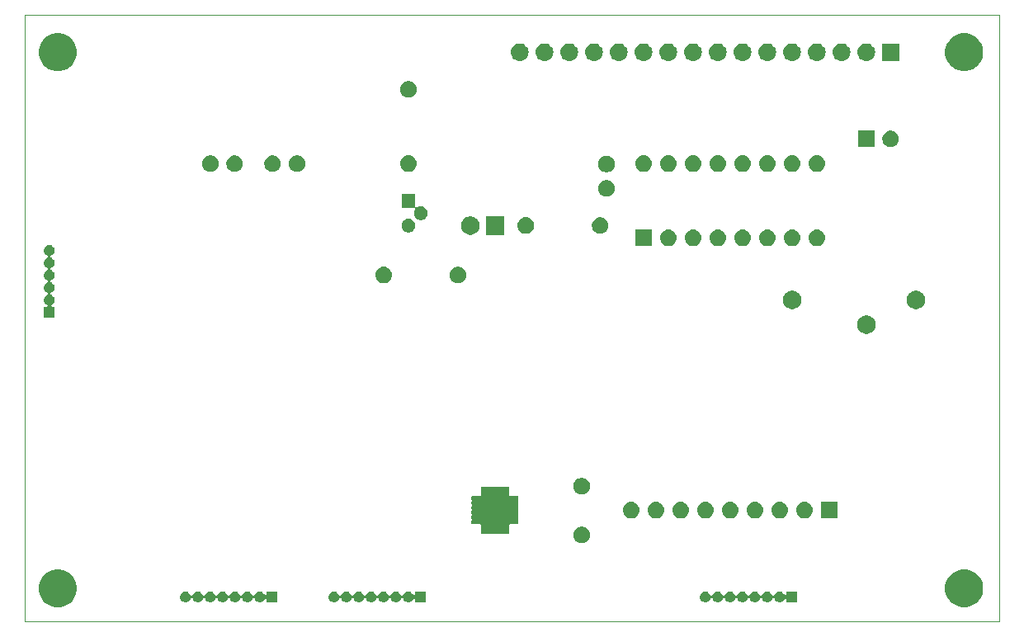
<source format=gbs>
%TF.GenerationSoftware,KiCad,Pcbnew,5.1.3-ffb9f22~84~ubuntu16.04.1*%
%TF.CreationDate,2019-07-27T15:58:03+02:00*%
%TF.ProjectId,Raspberry-I2C-LCD-and-Keypad,52617370-6265-4727-9279-2d4932432d4c,rev?*%
%TF.SameCoordinates,Original*%
%TF.FileFunction,Soldermask,Bot*%
%TF.FilePolarity,Negative*%
%FSLAX46Y46*%
G04 Gerber Fmt 4.6, Leading zero omitted, Abs format (unit mm)*
G04 Created by KiCad (PCBNEW 5.1.3-ffb9f22~84~ubuntu16.04.1) date 2019-07-27 15:58:03*
%MOMM*%
%LPD*%
G04 APERTURE LIST*
%ADD10C,0.050000*%
%ADD11C,0.100000*%
G04 APERTURE END LIST*
D10*
X191439800Y-69850000D02*
X91440000Y-69850000D01*
X191439800Y-132080000D02*
X191439800Y-69850000D01*
X91440000Y-132080000D02*
X191439800Y-132080000D01*
X91440000Y-69850000D02*
X91440000Y-132080000D01*
D11*
G36*
X188408793Y-126784937D02*
G01*
X188763670Y-126931932D01*
X189083052Y-127145336D01*
X189354664Y-127416948D01*
X189568068Y-127736330D01*
X189715063Y-128091207D01*
X189790000Y-128467940D01*
X189790000Y-128852060D01*
X189715063Y-129228793D01*
X189568068Y-129583670D01*
X189354664Y-129903052D01*
X189083052Y-130174664D01*
X188763670Y-130388068D01*
X188408793Y-130535063D01*
X188032060Y-130610000D01*
X187647940Y-130610000D01*
X187271207Y-130535063D01*
X186916330Y-130388068D01*
X186596948Y-130174664D01*
X186325336Y-129903052D01*
X186111932Y-129583670D01*
X185964937Y-129228793D01*
X185890000Y-128852060D01*
X185890000Y-128467940D01*
X185964937Y-128091207D01*
X186111932Y-127736330D01*
X186325336Y-127416948D01*
X186596948Y-127145336D01*
X186916330Y-126931932D01*
X187271207Y-126784937D01*
X187647940Y-126710000D01*
X188032060Y-126710000D01*
X188408793Y-126784937D01*
X188408793Y-126784937D01*
G37*
G36*
X95408793Y-126784937D02*
G01*
X95763670Y-126931932D01*
X96083052Y-127145336D01*
X96354664Y-127416948D01*
X96568068Y-127736330D01*
X96715063Y-128091207D01*
X96790000Y-128467940D01*
X96790000Y-128852060D01*
X96715063Y-129228793D01*
X96568068Y-129583670D01*
X96354664Y-129903052D01*
X96083052Y-130174664D01*
X95763670Y-130388068D01*
X95408793Y-130535063D01*
X95032060Y-130610000D01*
X94647940Y-130610000D01*
X94271207Y-130535063D01*
X93916330Y-130388068D01*
X93596948Y-130174664D01*
X93325336Y-129903052D01*
X93111932Y-129583670D01*
X92964937Y-129228793D01*
X92890000Y-128852060D01*
X92890000Y-128467940D01*
X92964937Y-128091207D01*
X93111932Y-127736330D01*
X93325336Y-127416948D01*
X93596948Y-127145336D01*
X93916330Y-126931932D01*
X94271207Y-126784937D01*
X94647940Y-126710000D01*
X95032060Y-126710000D01*
X95408793Y-126784937D01*
X95408793Y-126784937D01*
G37*
G36*
X161398015Y-128996973D02*
G01*
X161501879Y-129028479D01*
X161529055Y-129043005D01*
X161597600Y-129079643D01*
X161681501Y-129148499D01*
X161750357Y-129232400D01*
X161761662Y-129253551D01*
X161801521Y-129328121D01*
X161805388Y-129340869D01*
X161814760Y-129363496D01*
X161828374Y-129383870D01*
X161845701Y-129401197D01*
X161866075Y-129414811D01*
X161888714Y-129424188D01*
X161912747Y-129428969D01*
X161937251Y-129428969D01*
X161961285Y-129424189D01*
X161983924Y-129414812D01*
X162004298Y-129401198D01*
X162021625Y-129383871D01*
X162035239Y-129363497D01*
X162044612Y-129340869D01*
X162048479Y-129328121D01*
X162088338Y-129253551D01*
X162099643Y-129232400D01*
X162168499Y-129148499D01*
X162252400Y-129079643D01*
X162320945Y-129043005D01*
X162348121Y-129028479D01*
X162451985Y-128996973D01*
X162532933Y-128989000D01*
X162587067Y-128989000D01*
X162668015Y-128996973D01*
X162771879Y-129028479D01*
X162799055Y-129043005D01*
X162867600Y-129079643D01*
X162951501Y-129148499D01*
X163020357Y-129232400D01*
X163031662Y-129253551D01*
X163071521Y-129328121D01*
X163075388Y-129340869D01*
X163084760Y-129363496D01*
X163098374Y-129383870D01*
X163115701Y-129401197D01*
X163136075Y-129414811D01*
X163158714Y-129424188D01*
X163182747Y-129428969D01*
X163207251Y-129428969D01*
X163231285Y-129424189D01*
X163253924Y-129414812D01*
X163274298Y-129401198D01*
X163291625Y-129383871D01*
X163305239Y-129363497D01*
X163314612Y-129340869D01*
X163318479Y-129328121D01*
X163358338Y-129253551D01*
X163369643Y-129232400D01*
X163438499Y-129148499D01*
X163522400Y-129079643D01*
X163590945Y-129043005D01*
X163618121Y-129028479D01*
X163721985Y-128996973D01*
X163802933Y-128989000D01*
X163857067Y-128989000D01*
X163938015Y-128996973D01*
X164041879Y-129028479D01*
X164069055Y-129043005D01*
X164137600Y-129079643D01*
X164221501Y-129148499D01*
X164290357Y-129232400D01*
X164301662Y-129253551D01*
X164341521Y-129328121D01*
X164345388Y-129340869D01*
X164354760Y-129363496D01*
X164368374Y-129383870D01*
X164385701Y-129401197D01*
X164406075Y-129414811D01*
X164428714Y-129424188D01*
X164452747Y-129428969D01*
X164477251Y-129428969D01*
X164501285Y-129424189D01*
X164523924Y-129414812D01*
X164544298Y-129401198D01*
X164561625Y-129383871D01*
X164575239Y-129363497D01*
X164584612Y-129340869D01*
X164588479Y-129328121D01*
X164628338Y-129253551D01*
X164639643Y-129232400D01*
X164708499Y-129148499D01*
X164792400Y-129079643D01*
X164860945Y-129043005D01*
X164888121Y-129028479D01*
X164991985Y-128996973D01*
X165072933Y-128989000D01*
X165127067Y-128989000D01*
X165208015Y-128996973D01*
X165311879Y-129028479D01*
X165339055Y-129043005D01*
X165407600Y-129079643D01*
X165491501Y-129148499D01*
X165560357Y-129232400D01*
X165571662Y-129253551D01*
X165611521Y-129328121D01*
X165615388Y-129340869D01*
X165624760Y-129363496D01*
X165638374Y-129383870D01*
X165655701Y-129401197D01*
X165676075Y-129414811D01*
X165698714Y-129424188D01*
X165722747Y-129428969D01*
X165747251Y-129428969D01*
X165771285Y-129424189D01*
X165793924Y-129414812D01*
X165814298Y-129401198D01*
X165831625Y-129383871D01*
X165845239Y-129363497D01*
X165854612Y-129340869D01*
X165858479Y-129328121D01*
X165898338Y-129253551D01*
X165909643Y-129232400D01*
X165978499Y-129148499D01*
X166062400Y-129079643D01*
X166130945Y-129043005D01*
X166158121Y-129028479D01*
X166261985Y-128996973D01*
X166342933Y-128989000D01*
X166397067Y-128989000D01*
X166478015Y-128996973D01*
X166581879Y-129028479D01*
X166609055Y-129043005D01*
X166677600Y-129079643D01*
X166761501Y-129148499D01*
X166830357Y-129232400D01*
X166841662Y-129253551D01*
X166881521Y-129328121D01*
X166885388Y-129340869D01*
X166894760Y-129363496D01*
X166908374Y-129383870D01*
X166925701Y-129401197D01*
X166946075Y-129414811D01*
X166968714Y-129424188D01*
X166992747Y-129428969D01*
X167017251Y-129428969D01*
X167041285Y-129424189D01*
X167063924Y-129414812D01*
X167084298Y-129401198D01*
X167101625Y-129383871D01*
X167115239Y-129363497D01*
X167124612Y-129340869D01*
X167128479Y-129328121D01*
X167168338Y-129253551D01*
X167179643Y-129232400D01*
X167248499Y-129148499D01*
X167332400Y-129079643D01*
X167400945Y-129043005D01*
X167428121Y-129028479D01*
X167531985Y-128996973D01*
X167612933Y-128989000D01*
X167667067Y-128989000D01*
X167748015Y-128996973D01*
X167851879Y-129028479D01*
X167879055Y-129043005D01*
X167947600Y-129079643D01*
X168031501Y-129148499D01*
X168100357Y-129232400D01*
X168111662Y-129253551D01*
X168151521Y-129328121D01*
X168155388Y-129340869D01*
X168164760Y-129363496D01*
X168178374Y-129383870D01*
X168195701Y-129401197D01*
X168216075Y-129414811D01*
X168238714Y-129424188D01*
X168262747Y-129428969D01*
X168287251Y-129428969D01*
X168311285Y-129424189D01*
X168333924Y-129414812D01*
X168354298Y-129401198D01*
X168371625Y-129383871D01*
X168385239Y-129363497D01*
X168394612Y-129340869D01*
X168398479Y-129328121D01*
X168438338Y-129253551D01*
X168449643Y-129232400D01*
X168518499Y-129148499D01*
X168602400Y-129079643D01*
X168670945Y-129043005D01*
X168698121Y-129028479D01*
X168801985Y-128996973D01*
X168882933Y-128989000D01*
X168937067Y-128989000D01*
X169018015Y-128996973D01*
X169121879Y-129028479D01*
X169149055Y-129043005D01*
X169217600Y-129079643D01*
X169301501Y-129148499D01*
X169370356Y-129232400D01*
X169393764Y-129276193D01*
X169407375Y-129296563D01*
X169424702Y-129313890D01*
X169445076Y-129327504D01*
X169467715Y-129336881D01*
X169491748Y-129341662D01*
X169516252Y-129341662D01*
X169540286Y-129336882D01*
X169562924Y-129327505D01*
X169583299Y-129313891D01*
X169600626Y-129296564D01*
X169614240Y-129276190D01*
X169623617Y-129253551D01*
X169628398Y-129229518D01*
X169629000Y-129217265D01*
X169629000Y-128989000D01*
X170731000Y-128989000D01*
X170731000Y-130091000D01*
X169629000Y-130091000D01*
X169629000Y-129862735D01*
X169626598Y-129838349D01*
X169619485Y-129814900D01*
X169607934Y-129793289D01*
X169592389Y-129774347D01*
X169573447Y-129758802D01*
X169551836Y-129747251D01*
X169528387Y-129740138D01*
X169504001Y-129737736D01*
X169479615Y-129740138D01*
X169456166Y-129747251D01*
X169434555Y-129758802D01*
X169415613Y-129774347D01*
X169400068Y-129793289D01*
X169393767Y-129803802D01*
X169370356Y-129847600D01*
X169370355Y-129847601D01*
X169301501Y-129931501D01*
X169217600Y-130000357D01*
X169149055Y-130036995D01*
X169121879Y-130051521D01*
X169018015Y-130083027D01*
X168937067Y-130091000D01*
X168882933Y-130091000D01*
X168801985Y-130083027D01*
X168698121Y-130051521D01*
X168670945Y-130036995D01*
X168602400Y-130000357D01*
X168518499Y-129931501D01*
X168449643Y-129847600D01*
X168410489Y-129774347D01*
X168398479Y-129751879D01*
X168394612Y-129739131D01*
X168385240Y-129716504D01*
X168371626Y-129696130D01*
X168354299Y-129678803D01*
X168333925Y-129665189D01*
X168311286Y-129655812D01*
X168287253Y-129651031D01*
X168262749Y-129651031D01*
X168238715Y-129655811D01*
X168216076Y-129665188D01*
X168195702Y-129678802D01*
X168178375Y-129696129D01*
X168164761Y-129716503D01*
X168155388Y-129739131D01*
X168151521Y-129751879D01*
X168139511Y-129774347D01*
X168100357Y-129847600D01*
X168031501Y-129931501D01*
X167947600Y-130000357D01*
X167879055Y-130036995D01*
X167851879Y-130051521D01*
X167748015Y-130083027D01*
X167667067Y-130091000D01*
X167612933Y-130091000D01*
X167531985Y-130083027D01*
X167428121Y-130051521D01*
X167400945Y-130036995D01*
X167332400Y-130000357D01*
X167248499Y-129931501D01*
X167179643Y-129847600D01*
X167140489Y-129774347D01*
X167128479Y-129751879D01*
X167124612Y-129739131D01*
X167115240Y-129716504D01*
X167101626Y-129696130D01*
X167084299Y-129678803D01*
X167063925Y-129665189D01*
X167041286Y-129655812D01*
X167017253Y-129651031D01*
X166992749Y-129651031D01*
X166968715Y-129655811D01*
X166946076Y-129665188D01*
X166925702Y-129678802D01*
X166908375Y-129696129D01*
X166894761Y-129716503D01*
X166885388Y-129739131D01*
X166881521Y-129751879D01*
X166869511Y-129774347D01*
X166830357Y-129847600D01*
X166761501Y-129931501D01*
X166677600Y-130000357D01*
X166609055Y-130036995D01*
X166581879Y-130051521D01*
X166478015Y-130083027D01*
X166397067Y-130091000D01*
X166342933Y-130091000D01*
X166261985Y-130083027D01*
X166158121Y-130051521D01*
X166130945Y-130036995D01*
X166062400Y-130000357D01*
X165978499Y-129931501D01*
X165909643Y-129847600D01*
X165870489Y-129774347D01*
X165858479Y-129751879D01*
X165854612Y-129739131D01*
X165845240Y-129716504D01*
X165831626Y-129696130D01*
X165814299Y-129678803D01*
X165793925Y-129665189D01*
X165771286Y-129655812D01*
X165747253Y-129651031D01*
X165722749Y-129651031D01*
X165698715Y-129655811D01*
X165676076Y-129665188D01*
X165655702Y-129678802D01*
X165638375Y-129696129D01*
X165624761Y-129716503D01*
X165615388Y-129739131D01*
X165611521Y-129751879D01*
X165599511Y-129774347D01*
X165560357Y-129847600D01*
X165491501Y-129931501D01*
X165407600Y-130000357D01*
X165339055Y-130036995D01*
X165311879Y-130051521D01*
X165208015Y-130083027D01*
X165127067Y-130091000D01*
X165072933Y-130091000D01*
X164991985Y-130083027D01*
X164888121Y-130051521D01*
X164860945Y-130036995D01*
X164792400Y-130000357D01*
X164708499Y-129931501D01*
X164639643Y-129847600D01*
X164600489Y-129774347D01*
X164588479Y-129751879D01*
X164584612Y-129739131D01*
X164575240Y-129716504D01*
X164561626Y-129696130D01*
X164544299Y-129678803D01*
X164523925Y-129665189D01*
X164501286Y-129655812D01*
X164477253Y-129651031D01*
X164452749Y-129651031D01*
X164428715Y-129655811D01*
X164406076Y-129665188D01*
X164385702Y-129678802D01*
X164368375Y-129696129D01*
X164354761Y-129716503D01*
X164345388Y-129739131D01*
X164341521Y-129751879D01*
X164329511Y-129774347D01*
X164290357Y-129847600D01*
X164221501Y-129931501D01*
X164137600Y-130000357D01*
X164069055Y-130036995D01*
X164041879Y-130051521D01*
X163938015Y-130083027D01*
X163857067Y-130091000D01*
X163802933Y-130091000D01*
X163721985Y-130083027D01*
X163618121Y-130051521D01*
X163590945Y-130036995D01*
X163522400Y-130000357D01*
X163438499Y-129931501D01*
X163369643Y-129847600D01*
X163330489Y-129774347D01*
X163318479Y-129751879D01*
X163314612Y-129739131D01*
X163305240Y-129716504D01*
X163291626Y-129696130D01*
X163274299Y-129678803D01*
X163253925Y-129665189D01*
X163231286Y-129655812D01*
X163207253Y-129651031D01*
X163182749Y-129651031D01*
X163158715Y-129655811D01*
X163136076Y-129665188D01*
X163115702Y-129678802D01*
X163098375Y-129696129D01*
X163084761Y-129716503D01*
X163075388Y-129739131D01*
X163071521Y-129751879D01*
X163059511Y-129774347D01*
X163020357Y-129847600D01*
X162951501Y-129931501D01*
X162867600Y-130000357D01*
X162799055Y-130036995D01*
X162771879Y-130051521D01*
X162668015Y-130083027D01*
X162587067Y-130091000D01*
X162532933Y-130091000D01*
X162451985Y-130083027D01*
X162348121Y-130051521D01*
X162320945Y-130036995D01*
X162252400Y-130000357D01*
X162168499Y-129931501D01*
X162099643Y-129847600D01*
X162060489Y-129774347D01*
X162048479Y-129751879D01*
X162044612Y-129739131D01*
X162035240Y-129716504D01*
X162021626Y-129696130D01*
X162004299Y-129678803D01*
X161983925Y-129665189D01*
X161961286Y-129655812D01*
X161937253Y-129651031D01*
X161912749Y-129651031D01*
X161888715Y-129655811D01*
X161866076Y-129665188D01*
X161845702Y-129678802D01*
X161828375Y-129696129D01*
X161814761Y-129716503D01*
X161805388Y-129739131D01*
X161801521Y-129751879D01*
X161789511Y-129774347D01*
X161750357Y-129847600D01*
X161681501Y-129931501D01*
X161597600Y-130000357D01*
X161529055Y-130036995D01*
X161501879Y-130051521D01*
X161398015Y-130083027D01*
X161317067Y-130091000D01*
X161262933Y-130091000D01*
X161181985Y-130083027D01*
X161078121Y-130051521D01*
X161050945Y-130036995D01*
X160982400Y-130000357D01*
X160898499Y-129931501D01*
X160829643Y-129847600D01*
X160790489Y-129774347D01*
X160778479Y-129751879D01*
X160746973Y-129648015D01*
X160736334Y-129540000D01*
X160746973Y-129431985D01*
X160778479Y-129328121D01*
X160818338Y-129253551D01*
X160829643Y-129232400D01*
X160898499Y-129148499D01*
X160982400Y-129079643D01*
X161050945Y-129043005D01*
X161078121Y-129028479D01*
X161181985Y-128996973D01*
X161262933Y-128989000D01*
X161317067Y-128989000D01*
X161398015Y-128996973D01*
X161398015Y-128996973D01*
G37*
G36*
X123298015Y-128996973D02*
G01*
X123401879Y-129028479D01*
X123429055Y-129043005D01*
X123497600Y-129079643D01*
X123581501Y-129148499D01*
X123650357Y-129232400D01*
X123661662Y-129253551D01*
X123701521Y-129328121D01*
X123705388Y-129340869D01*
X123714760Y-129363496D01*
X123728374Y-129383870D01*
X123745701Y-129401197D01*
X123766075Y-129414811D01*
X123788714Y-129424188D01*
X123812747Y-129428969D01*
X123837251Y-129428969D01*
X123861285Y-129424189D01*
X123883924Y-129414812D01*
X123904298Y-129401198D01*
X123921625Y-129383871D01*
X123935239Y-129363497D01*
X123944612Y-129340869D01*
X123948479Y-129328121D01*
X123988338Y-129253551D01*
X123999643Y-129232400D01*
X124068499Y-129148499D01*
X124152400Y-129079643D01*
X124220945Y-129043005D01*
X124248121Y-129028479D01*
X124351985Y-128996973D01*
X124432933Y-128989000D01*
X124487067Y-128989000D01*
X124568015Y-128996973D01*
X124671879Y-129028479D01*
X124699055Y-129043005D01*
X124767600Y-129079643D01*
X124851501Y-129148499D01*
X124920357Y-129232400D01*
X124931662Y-129253551D01*
X124971521Y-129328121D01*
X124975388Y-129340869D01*
X124984760Y-129363496D01*
X124998374Y-129383870D01*
X125015701Y-129401197D01*
X125036075Y-129414811D01*
X125058714Y-129424188D01*
X125082747Y-129428969D01*
X125107251Y-129428969D01*
X125131285Y-129424189D01*
X125153924Y-129414812D01*
X125174298Y-129401198D01*
X125191625Y-129383871D01*
X125205239Y-129363497D01*
X125214612Y-129340869D01*
X125218479Y-129328121D01*
X125258338Y-129253551D01*
X125269643Y-129232400D01*
X125338499Y-129148499D01*
X125422400Y-129079643D01*
X125490945Y-129043005D01*
X125518121Y-129028479D01*
X125621985Y-128996973D01*
X125702933Y-128989000D01*
X125757067Y-128989000D01*
X125838015Y-128996973D01*
X125941879Y-129028479D01*
X125969055Y-129043005D01*
X126037600Y-129079643D01*
X126121501Y-129148499D01*
X126190357Y-129232400D01*
X126201662Y-129253551D01*
X126241521Y-129328121D01*
X126245388Y-129340869D01*
X126254760Y-129363496D01*
X126268374Y-129383870D01*
X126285701Y-129401197D01*
X126306075Y-129414811D01*
X126328714Y-129424188D01*
X126352747Y-129428969D01*
X126377251Y-129428969D01*
X126401285Y-129424189D01*
X126423924Y-129414812D01*
X126444298Y-129401198D01*
X126461625Y-129383871D01*
X126475239Y-129363497D01*
X126484612Y-129340869D01*
X126488479Y-129328121D01*
X126528338Y-129253551D01*
X126539643Y-129232400D01*
X126608499Y-129148499D01*
X126692400Y-129079643D01*
X126760945Y-129043005D01*
X126788121Y-129028479D01*
X126891985Y-128996973D01*
X126972933Y-128989000D01*
X127027067Y-128989000D01*
X127108015Y-128996973D01*
X127211879Y-129028479D01*
X127239055Y-129043005D01*
X127307600Y-129079643D01*
X127391501Y-129148499D01*
X127460357Y-129232400D01*
X127471662Y-129253551D01*
X127511521Y-129328121D01*
X127515388Y-129340869D01*
X127524760Y-129363496D01*
X127538374Y-129383870D01*
X127555701Y-129401197D01*
X127576075Y-129414811D01*
X127598714Y-129424188D01*
X127622747Y-129428969D01*
X127647251Y-129428969D01*
X127671285Y-129424189D01*
X127693924Y-129414812D01*
X127714298Y-129401198D01*
X127731625Y-129383871D01*
X127745239Y-129363497D01*
X127754612Y-129340869D01*
X127758479Y-129328121D01*
X127798338Y-129253551D01*
X127809643Y-129232400D01*
X127878499Y-129148499D01*
X127962400Y-129079643D01*
X128030945Y-129043005D01*
X128058121Y-129028479D01*
X128161985Y-128996973D01*
X128242933Y-128989000D01*
X128297067Y-128989000D01*
X128378015Y-128996973D01*
X128481879Y-129028479D01*
X128509055Y-129043005D01*
X128577600Y-129079643D01*
X128661501Y-129148499D01*
X128730357Y-129232400D01*
X128741662Y-129253551D01*
X128781521Y-129328121D01*
X128785388Y-129340869D01*
X128794760Y-129363496D01*
X128808374Y-129383870D01*
X128825701Y-129401197D01*
X128846075Y-129414811D01*
X128868714Y-129424188D01*
X128892747Y-129428969D01*
X128917251Y-129428969D01*
X128941285Y-129424189D01*
X128963924Y-129414812D01*
X128984298Y-129401198D01*
X129001625Y-129383871D01*
X129015239Y-129363497D01*
X129024612Y-129340869D01*
X129028479Y-129328121D01*
X129068338Y-129253551D01*
X129079643Y-129232400D01*
X129148499Y-129148499D01*
X129232400Y-129079643D01*
X129300945Y-129043005D01*
X129328121Y-129028479D01*
X129431985Y-128996973D01*
X129512933Y-128989000D01*
X129567067Y-128989000D01*
X129648015Y-128996973D01*
X129751879Y-129028479D01*
X129779055Y-129043005D01*
X129847600Y-129079643D01*
X129931501Y-129148499D01*
X130000357Y-129232400D01*
X130011662Y-129253551D01*
X130051521Y-129328121D01*
X130055388Y-129340869D01*
X130064760Y-129363496D01*
X130078374Y-129383870D01*
X130095701Y-129401197D01*
X130116075Y-129414811D01*
X130138714Y-129424188D01*
X130162747Y-129428969D01*
X130187251Y-129428969D01*
X130211285Y-129424189D01*
X130233924Y-129414812D01*
X130254298Y-129401198D01*
X130271625Y-129383871D01*
X130285239Y-129363497D01*
X130294612Y-129340869D01*
X130298479Y-129328121D01*
X130338338Y-129253551D01*
X130349643Y-129232400D01*
X130418499Y-129148499D01*
X130502400Y-129079643D01*
X130570945Y-129043005D01*
X130598121Y-129028479D01*
X130701985Y-128996973D01*
X130782933Y-128989000D01*
X130837067Y-128989000D01*
X130918015Y-128996973D01*
X131021879Y-129028479D01*
X131049055Y-129043005D01*
X131117600Y-129079643D01*
X131201501Y-129148499D01*
X131270356Y-129232400D01*
X131293764Y-129276193D01*
X131307375Y-129296563D01*
X131324702Y-129313890D01*
X131345076Y-129327504D01*
X131367715Y-129336881D01*
X131391748Y-129341662D01*
X131416252Y-129341662D01*
X131440286Y-129336882D01*
X131462924Y-129327505D01*
X131483299Y-129313891D01*
X131500626Y-129296564D01*
X131514240Y-129276190D01*
X131523617Y-129253551D01*
X131528398Y-129229518D01*
X131529000Y-129217265D01*
X131529000Y-128989000D01*
X132631000Y-128989000D01*
X132631000Y-130091000D01*
X131529000Y-130091000D01*
X131529000Y-129862735D01*
X131526598Y-129838349D01*
X131519485Y-129814900D01*
X131507934Y-129793289D01*
X131492389Y-129774347D01*
X131473447Y-129758802D01*
X131451836Y-129747251D01*
X131428387Y-129740138D01*
X131404001Y-129737736D01*
X131379615Y-129740138D01*
X131356166Y-129747251D01*
X131334555Y-129758802D01*
X131315613Y-129774347D01*
X131300068Y-129793289D01*
X131293767Y-129803802D01*
X131270356Y-129847600D01*
X131270355Y-129847601D01*
X131201501Y-129931501D01*
X131117600Y-130000357D01*
X131049055Y-130036995D01*
X131021879Y-130051521D01*
X130918015Y-130083027D01*
X130837067Y-130091000D01*
X130782933Y-130091000D01*
X130701985Y-130083027D01*
X130598121Y-130051521D01*
X130570945Y-130036995D01*
X130502400Y-130000357D01*
X130418499Y-129931501D01*
X130349643Y-129847600D01*
X130310489Y-129774347D01*
X130298479Y-129751879D01*
X130294612Y-129739131D01*
X130285240Y-129716504D01*
X130271626Y-129696130D01*
X130254299Y-129678803D01*
X130233925Y-129665189D01*
X130211286Y-129655812D01*
X130187253Y-129651031D01*
X130162749Y-129651031D01*
X130138715Y-129655811D01*
X130116076Y-129665188D01*
X130095702Y-129678802D01*
X130078375Y-129696129D01*
X130064761Y-129716503D01*
X130055388Y-129739131D01*
X130051521Y-129751879D01*
X130039511Y-129774347D01*
X130000357Y-129847600D01*
X129931501Y-129931501D01*
X129847600Y-130000357D01*
X129779055Y-130036995D01*
X129751879Y-130051521D01*
X129648015Y-130083027D01*
X129567067Y-130091000D01*
X129512933Y-130091000D01*
X129431985Y-130083027D01*
X129328121Y-130051521D01*
X129300945Y-130036995D01*
X129232400Y-130000357D01*
X129148499Y-129931501D01*
X129079643Y-129847600D01*
X129040489Y-129774347D01*
X129028479Y-129751879D01*
X129024612Y-129739131D01*
X129015240Y-129716504D01*
X129001626Y-129696130D01*
X128984299Y-129678803D01*
X128963925Y-129665189D01*
X128941286Y-129655812D01*
X128917253Y-129651031D01*
X128892749Y-129651031D01*
X128868715Y-129655811D01*
X128846076Y-129665188D01*
X128825702Y-129678802D01*
X128808375Y-129696129D01*
X128794761Y-129716503D01*
X128785388Y-129739131D01*
X128781521Y-129751879D01*
X128769511Y-129774347D01*
X128730357Y-129847600D01*
X128661501Y-129931501D01*
X128577600Y-130000357D01*
X128509055Y-130036995D01*
X128481879Y-130051521D01*
X128378015Y-130083027D01*
X128297067Y-130091000D01*
X128242933Y-130091000D01*
X128161985Y-130083027D01*
X128058121Y-130051521D01*
X128030945Y-130036995D01*
X127962400Y-130000357D01*
X127878499Y-129931501D01*
X127809643Y-129847600D01*
X127770489Y-129774347D01*
X127758479Y-129751879D01*
X127754612Y-129739131D01*
X127745240Y-129716504D01*
X127731626Y-129696130D01*
X127714299Y-129678803D01*
X127693925Y-129665189D01*
X127671286Y-129655812D01*
X127647253Y-129651031D01*
X127622749Y-129651031D01*
X127598715Y-129655811D01*
X127576076Y-129665188D01*
X127555702Y-129678802D01*
X127538375Y-129696129D01*
X127524761Y-129716503D01*
X127515388Y-129739131D01*
X127511521Y-129751879D01*
X127499511Y-129774347D01*
X127460357Y-129847600D01*
X127391501Y-129931501D01*
X127307600Y-130000357D01*
X127239055Y-130036995D01*
X127211879Y-130051521D01*
X127108015Y-130083027D01*
X127027067Y-130091000D01*
X126972933Y-130091000D01*
X126891985Y-130083027D01*
X126788121Y-130051521D01*
X126760945Y-130036995D01*
X126692400Y-130000357D01*
X126608499Y-129931501D01*
X126539643Y-129847600D01*
X126500489Y-129774347D01*
X126488479Y-129751879D01*
X126484612Y-129739131D01*
X126475240Y-129716504D01*
X126461626Y-129696130D01*
X126444299Y-129678803D01*
X126423925Y-129665189D01*
X126401286Y-129655812D01*
X126377253Y-129651031D01*
X126352749Y-129651031D01*
X126328715Y-129655811D01*
X126306076Y-129665188D01*
X126285702Y-129678802D01*
X126268375Y-129696129D01*
X126254761Y-129716503D01*
X126245388Y-129739131D01*
X126241521Y-129751879D01*
X126229511Y-129774347D01*
X126190357Y-129847600D01*
X126121501Y-129931501D01*
X126037600Y-130000357D01*
X125969055Y-130036995D01*
X125941879Y-130051521D01*
X125838015Y-130083027D01*
X125757067Y-130091000D01*
X125702933Y-130091000D01*
X125621985Y-130083027D01*
X125518121Y-130051521D01*
X125490945Y-130036995D01*
X125422400Y-130000357D01*
X125338499Y-129931501D01*
X125269643Y-129847600D01*
X125230489Y-129774347D01*
X125218479Y-129751879D01*
X125214612Y-129739131D01*
X125205240Y-129716504D01*
X125191626Y-129696130D01*
X125174299Y-129678803D01*
X125153925Y-129665189D01*
X125131286Y-129655812D01*
X125107253Y-129651031D01*
X125082749Y-129651031D01*
X125058715Y-129655811D01*
X125036076Y-129665188D01*
X125015702Y-129678802D01*
X124998375Y-129696129D01*
X124984761Y-129716503D01*
X124975388Y-129739131D01*
X124971521Y-129751879D01*
X124959511Y-129774347D01*
X124920357Y-129847600D01*
X124851501Y-129931501D01*
X124767600Y-130000357D01*
X124699055Y-130036995D01*
X124671879Y-130051521D01*
X124568015Y-130083027D01*
X124487067Y-130091000D01*
X124432933Y-130091000D01*
X124351985Y-130083027D01*
X124248121Y-130051521D01*
X124220945Y-130036995D01*
X124152400Y-130000357D01*
X124068499Y-129931501D01*
X123999643Y-129847600D01*
X123960489Y-129774347D01*
X123948479Y-129751879D01*
X123944612Y-129739131D01*
X123935240Y-129716504D01*
X123921626Y-129696130D01*
X123904299Y-129678803D01*
X123883925Y-129665189D01*
X123861286Y-129655812D01*
X123837253Y-129651031D01*
X123812749Y-129651031D01*
X123788715Y-129655811D01*
X123766076Y-129665188D01*
X123745702Y-129678802D01*
X123728375Y-129696129D01*
X123714761Y-129716503D01*
X123705388Y-129739131D01*
X123701521Y-129751879D01*
X123689511Y-129774347D01*
X123650357Y-129847600D01*
X123581501Y-129931501D01*
X123497600Y-130000357D01*
X123429055Y-130036995D01*
X123401879Y-130051521D01*
X123298015Y-130083027D01*
X123217067Y-130091000D01*
X123162933Y-130091000D01*
X123081985Y-130083027D01*
X122978121Y-130051521D01*
X122950945Y-130036995D01*
X122882400Y-130000357D01*
X122798499Y-129931501D01*
X122729643Y-129847600D01*
X122690489Y-129774347D01*
X122678479Y-129751879D01*
X122646973Y-129648015D01*
X122636334Y-129540000D01*
X122646973Y-129431985D01*
X122678479Y-129328121D01*
X122718338Y-129253551D01*
X122729643Y-129232400D01*
X122798499Y-129148499D01*
X122882400Y-129079643D01*
X122950945Y-129043005D01*
X122978121Y-129028479D01*
X123081985Y-128996973D01*
X123162933Y-128989000D01*
X123217067Y-128989000D01*
X123298015Y-128996973D01*
X123298015Y-128996973D01*
G37*
G36*
X108058015Y-128996973D02*
G01*
X108161879Y-129028479D01*
X108189055Y-129043005D01*
X108257600Y-129079643D01*
X108341501Y-129148499D01*
X108410357Y-129232400D01*
X108421662Y-129253551D01*
X108461521Y-129328121D01*
X108465388Y-129340869D01*
X108474760Y-129363496D01*
X108488374Y-129383870D01*
X108505701Y-129401197D01*
X108526075Y-129414811D01*
X108548714Y-129424188D01*
X108572747Y-129428969D01*
X108597251Y-129428969D01*
X108621285Y-129424189D01*
X108643924Y-129414812D01*
X108664298Y-129401198D01*
X108681625Y-129383871D01*
X108695239Y-129363497D01*
X108704612Y-129340869D01*
X108708479Y-129328121D01*
X108748338Y-129253551D01*
X108759643Y-129232400D01*
X108828499Y-129148499D01*
X108912400Y-129079643D01*
X108980945Y-129043005D01*
X109008121Y-129028479D01*
X109111985Y-128996973D01*
X109192933Y-128989000D01*
X109247067Y-128989000D01*
X109328015Y-128996973D01*
X109431879Y-129028479D01*
X109459055Y-129043005D01*
X109527600Y-129079643D01*
X109611501Y-129148499D01*
X109680357Y-129232400D01*
X109691662Y-129253551D01*
X109731521Y-129328121D01*
X109735388Y-129340869D01*
X109744760Y-129363496D01*
X109758374Y-129383870D01*
X109775701Y-129401197D01*
X109796075Y-129414811D01*
X109818714Y-129424188D01*
X109842747Y-129428969D01*
X109867251Y-129428969D01*
X109891285Y-129424189D01*
X109913924Y-129414812D01*
X109934298Y-129401198D01*
X109951625Y-129383871D01*
X109965239Y-129363497D01*
X109974612Y-129340869D01*
X109978479Y-129328121D01*
X110018338Y-129253551D01*
X110029643Y-129232400D01*
X110098499Y-129148499D01*
X110182400Y-129079643D01*
X110250945Y-129043005D01*
X110278121Y-129028479D01*
X110381985Y-128996973D01*
X110462933Y-128989000D01*
X110517067Y-128989000D01*
X110598015Y-128996973D01*
X110701879Y-129028479D01*
X110729055Y-129043005D01*
X110797600Y-129079643D01*
X110881501Y-129148499D01*
X110950357Y-129232400D01*
X110961662Y-129253551D01*
X111001521Y-129328121D01*
X111005388Y-129340869D01*
X111014760Y-129363496D01*
X111028374Y-129383870D01*
X111045701Y-129401197D01*
X111066075Y-129414811D01*
X111088714Y-129424188D01*
X111112747Y-129428969D01*
X111137251Y-129428969D01*
X111161285Y-129424189D01*
X111183924Y-129414812D01*
X111204298Y-129401198D01*
X111221625Y-129383871D01*
X111235239Y-129363497D01*
X111244612Y-129340869D01*
X111248479Y-129328121D01*
X111288338Y-129253551D01*
X111299643Y-129232400D01*
X111368499Y-129148499D01*
X111452400Y-129079643D01*
X111520945Y-129043005D01*
X111548121Y-129028479D01*
X111651985Y-128996973D01*
X111732933Y-128989000D01*
X111787067Y-128989000D01*
X111868015Y-128996973D01*
X111971879Y-129028479D01*
X111999055Y-129043005D01*
X112067600Y-129079643D01*
X112151501Y-129148499D01*
X112220357Y-129232400D01*
X112231662Y-129253551D01*
X112271521Y-129328121D01*
X112275388Y-129340869D01*
X112284760Y-129363496D01*
X112298374Y-129383870D01*
X112315701Y-129401197D01*
X112336075Y-129414811D01*
X112358714Y-129424188D01*
X112382747Y-129428969D01*
X112407251Y-129428969D01*
X112431285Y-129424189D01*
X112453924Y-129414812D01*
X112474298Y-129401198D01*
X112491625Y-129383871D01*
X112505239Y-129363497D01*
X112514612Y-129340869D01*
X112518479Y-129328121D01*
X112558338Y-129253551D01*
X112569643Y-129232400D01*
X112638499Y-129148499D01*
X112722400Y-129079643D01*
X112790945Y-129043005D01*
X112818121Y-129028479D01*
X112921985Y-128996973D01*
X113002933Y-128989000D01*
X113057067Y-128989000D01*
X113138015Y-128996973D01*
X113241879Y-129028479D01*
X113269055Y-129043005D01*
X113337600Y-129079643D01*
X113421501Y-129148499D01*
X113490357Y-129232400D01*
X113501662Y-129253551D01*
X113541521Y-129328121D01*
X113545388Y-129340869D01*
X113554760Y-129363496D01*
X113568374Y-129383870D01*
X113585701Y-129401197D01*
X113606075Y-129414811D01*
X113628714Y-129424188D01*
X113652747Y-129428969D01*
X113677251Y-129428969D01*
X113701285Y-129424189D01*
X113723924Y-129414812D01*
X113744298Y-129401198D01*
X113761625Y-129383871D01*
X113775239Y-129363497D01*
X113784612Y-129340869D01*
X113788479Y-129328121D01*
X113828338Y-129253551D01*
X113839643Y-129232400D01*
X113908499Y-129148499D01*
X113992400Y-129079643D01*
X114060945Y-129043005D01*
X114088121Y-129028479D01*
X114191985Y-128996973D01*
X114272933Y-128989000D01*
X114327067Y-128989000D01*
X114408015Y-128996973D01*
X114511879Y-129028479D01*
X114539055Y-129043005D01*
X114607600Y-129079643D01*
X114691501Y-129148499D01*
X114760357Y-129232400D01*
X114771662Y-129253551D01*
X114811521Y-129328121D01*
X114815388Y-129340869D01*
X114824760Y-129363496D01*
X114838374Y-129383870D01*
X114855701Y-129401197D01*
X114876075Y-129414811D01*
X114898714Y-129424188D01*
X114922747Y-129428969D01*
X114947251Y-129428969D01*
X114971285Y-129424189D01*
X114993924Y-129414812D01*
X115014298Y-129401198D01*
X115031625Y-129383871D01*
X115045239Y-129363497D01*
X115054612Y-129340869D01*
X115058479Y-129328121D01*
X115098338Y-129253551D01*
X115109643Y-129232400D01*
X115178499Y-129148499D01*
X115262400Y-129079643D01*
X115330945Y-129043005D01*
X115358121Y-129028479D01*
X115461985Y-128996973D01*
X115542933Y-128989000D01*
X115597067Y-128989000D01*
X115678015Y-128996973D01*
X115781879Y-129028479D01*
X115809055Y-129043005D01*
X115877600Y-129079643D01*
X115961501Y-129148499D01*
X116030356Y-129232400D01*
X116053764Y-129276193D01*
X116067375Y-129296563D01*
X116084702Y-129313890D01*
X116105076Y-129327504D01*
X116127715Y-129336881D01*
X116151748Y-129341662D01*
X116176252Y-129341662D01*
X116200286Y-129336882D01*
X116222924Y-129327505D01*
X116243299Y-129313891D01*
X116260626Y-129296564D01*
X116274240Y-129276190D01*
X116283617Y-129253551D01*
X116288398Y-129229518D01*
X116289000Y-129217265D01*
X116289000Y-128989000D01*
X117391000Y-128989000D01*
X117391000Y-130091000D01*
X116289000Y-130091000D01*
X116289000Y-129862735D01*
X116286598Y-129838349D01*
X116279485Y-129814900D01*
X116267934Y-129793289D01*
X116252389Y-129774347D01*
X116233447Y-129758802D01*
X116211836Y-129747251D01*
X116188387Y-129740138D01*
X116164001Y-129737736D01*
X116139615Y-129740138D01*
X116116166Y-129747251D01*
X116094555Y-129758802D01*
X116075613Y-129774347D01*
X116060068Y-129793289D01*
X116053767Y-129803802D01*
X116030356Y-129847600D01*
X116030355Y-129847601D01*
X115961501Y-129931501D01*
X115877600Y-130000357D01*
X115809055Y-130036995D01*
X115781879Y-130051521D01*
X115678015Y-130083027D01*
X115597067Y-130091000D01*
X115542933Y-130091000D01*
X115461985Y-130083027D01*
X115358121Y-130051521D01*
X115330945Y-130036995D01*
X115262400Y-130000357D01*
X115178499Y-129931501D01*
X115109643Y-129847600D01*
X115070489Y-129774347D01*
X115058479Y-129751879D01*
X115054612Y-129739131D01*
X115045240Y-129716504D01*
X115031626Y-129696130D01*
X115014299Y-129678803D01*
X114993925Y-129665189D01*
X114971286Y-129655812D01*
X114947253Y-129651031D01*
X114922749Y-129651031D01*
X114898715Y-129655811D01*
X114876076Y-129665188D01*
X114855702Y-129678802D01*
X114838375Y-129696129D01*
X114824761Y-129716503D01*
X114815388Y-129739131D01*
X114811521Y-129751879D01*
X114799511Y-129774347D01*
X114760357Y-129847600D01*
X114691501Y-129931501D01*
X114607600Y-130000357D01*
X114539055Y-130036995D01*
X114511879Y-130051521D01*
X114408015Y-130083027D01*
X114327067Y-130091000D01*
X114272933Y-130091000D01*
X114191985Y-130083027D01*
X114088121Y-130051521D01*
X114060945Y-130036995D01*
X113992400Y-130000357D01*
X113908499Y-129931501D01*
X113839643Y-129847600D01*
X113800489Y-129774347D01*
X113788479Y-129751879D01*
X113784612Y-129739131D01*
X113775240Y-129716504D01*
X113761626Y-129696130D01*
X113744299Y-129678803D01*
X113723925Y-129665189D01*
X113701286Y-129655812D01*
X113677253Y-129651031D01*
X113652749Y-129651031D01*
X113628715Y-129655811D01*
X113606076Y-129665188D01*
X113585702Y-129678802D01*
X113568375Y-129696129D01*
X113554761Y-129716503D01*
X113545388Y-129739131D01*
X113541521Y-129751879D01*
X113529511Y-129774347D01*
X113490357Y-129847600D01*
X113421501Y-129931501D01*
X113337600Y-130000357D01*
X113269055Y-130036995D01*
X113241879Y-130051521D01*
X113138015Y-130083027D01*
X113057067Y-130091000D01*
X113002933Y-130091000D01*
X112921985Y-130083027D01*
X112818121Y-130051521D01*
X112790945Y-130036995D01*
X112722400Y-130000357D01*
X112638499Y-129931501D01*
X112569643Y-129847600D01*
X112530489Y-129774347D01*
X112518479Y-129751879D01*
X112514612Y-129739131D01*
X112505240Y-129716504D01*
X112491626Y-129696130D01*
X112474299Y-129678803D01*
X112453925Y-129665189D01*
X112431286Y-129655812D01*
X112407253Y-129651031D01*
X112382749Y-129651031D01*
X112358715Y-129655811D01*
X112336076Y-129665188D01*
X112315702Y-129678802D01*
X112298375Y-129696129D01*
X112284761Y-129716503D01*
X112275388Y-129739131D01*
X112271521Y-129751879D01*
X112259511Y-129774347D01*
X112220357Y-129847600D01*
X112151501Y-129931501D01*
X112067600Y-130000357D01*
X111999055Y-130036995D01*
X111971879Y-130051521D01*
X111868015Y-130083027D01*
X111787067Y-130091000D01*
X111732933Y-130091000D01*
X111651985Y-130083027D01*
X111548121Y-130051521D01*
X111520945Y-130036995D01*
X111452400Y-130000357D01*
X111368499Y-129931501D01*
X111299643Y-129847600D01*
X111260489Y-129774347D01*
X111248479Y-129751879D01*
X111244612Y-129739131D01*
X111235240Y-129716504D01*
X111221626Y-129696130D01*
X111204299Y-129678803D01*
X111183925Y-129665189D01*
X111161286Y-129655812D01*
X111137253Y-129651031D01*
X111112749Y-129651031D01*
X111088715Y-129655811D01*
X111066076Y-129665188D01*
X111045702Y-129678802D01*
X111028375Y-129696129D01*
X111014761Y-129716503D01*
X111005388Y-129739131D01*
X111001521Y-129751879D01*
X110989511Y-129774347D01*
X110950357Y-129847600D01*
X110881501Y-129931501D01*
X110797600Y-130000357D01*
X110729055Y-130036995D01*
X110701879Y-130051521D01*
X110598015Y-130083027D01*
X110517067Y-130091000D01*
X110462933Y-130091000D01*
X110381985Y-130083027D01*
X110278121Y-130051521D01*
X110250945Y-130036995D01*
X110182400Y-130000357D01*
X110098499Y-129931501D01*
X110029643Y-129847600D01*
X109990489Y-129774347D01*
X109978479Y-129751879D01*
X109974612Y-129739131D01*
X109965240Y-129716504D01*
X109951626Y-129696130D01*
X109934299Y-129678803D01*
X109913925Y-129665189D01*
X109891286Y-129655812D01*
X109867253Y-129651031D01*
X109842749Y-129651031D01*
X109818715Y-129655811D01*
X109796076Y-129665188D01*
X109775702Y-129678802D01*
X109758375Y-129696129D01*
X109744761Y-129716503D01*
X109735388Y-129739131D01*
X109731521Y-129751879D01*
X109719511Y-129774347D01*
X109680357Y-129847600D01*
X109611501Y-129931501D01*
X109527600Y-130000357D01*
X109459055Y-130036995D01*
X109431879Y-130051521D01*
X109328015Y-130083027D01*
X109247067Y-130091000D01*
X109192933Y-130091000D01*
X109111985Y-130083027D01*
X109008121Y-130051521D01*
X108980945Y-130036995D01*
X108912400Y-130000357D01*
X108828499Y-129931501D01*
X108759643Y-129847600D01*
X108720489Y-129774347D01*
X108708479Y-129751879D01*
X108704612Y-129739131D01*
X108695240Y-129716504D01*
X108681626Y-129696130D01*
X108664299Y-129678803D01*
X108643925Y-129665189D01*
X108621286Y-129655812D01*
X108597253Y-129651031D01*
X108572749Y-129651031D01*
X108548715Y-129655811D01*
X108526076Y-129665188D01*
X108505702Y-129678802D01*
X108488375Y-129696129D01*
X108474761Y-129716503D01*
X108465388Y-129739131D01*
X108461521Y-129751879D01*
X108449511Y-129774347D01*
X108410357Y-129847600D01*
X108341501Y-129931501D01*
X108257600Y-130000357D01*
X108189055Y-130036995D01*
X108161879Y-130051521D01*
X108058015Y-130083027D01*
X107977067Y-130091000D01*
X107922933Y-130091000D01*
X107841985Y-130083027D01*
X107738121Y-130051521D01*
X107710945Y-130036995D01*
X107642400Y-130000357D01*
X107558499Y-129931501D01*
X107489643Y-129847600D01*
X107450489Y-129774347D01*
X107438479Y-129751879D01*
X107406973Y-129648015D01*
X107396334Y-129540000D01*
X107406973Y-129431985D01*
X107438479Y-129328121D01*
X107478338Y-129253551D01*
X107489643Y-129232400D01*
X107558499Y-129148499D01*
X107642400Y-129079643D01*
X107710945Y-129043005D01*
X107738121Y-129028479D01*
X107841985Y-128996973D01*
X107922933Y-128989000D01*
X107977067Y-128989000D01*
X108058015Y-128996973D01*
X108058015Y-128996973D01*
G37*
G36*
X148838228Y-122371703D02*
G01*
X148993100Y-122435853D01*
X149132481Y-122528985D01*
X149251015Y-122647519D01*
X149344147Y-122786900D01*
X149408297Y-122941772D01*
X149441000Y-123106184D01*
X149441000Y-123273816D01*
X149408297Y-123438228D01*
X149344147Y-123593100D01*
X149251015Y-123732481D01*
X149132481Y-123851015D01*
X148993100Y-123944147D01*
X148838228Y-124008297D01*
X148673816Y-124041000D01*
X148506184Y-124041000D01*
X148341772Y-124008297D01*
X148186900Y-123944147D01*
X148047519Y-123851015D01*
X147928985Y-123732481D01*
X147835853Y-123593100D01*
X147771703Y-123438228D01*
X147739000Y-123273816D01*
X147739000Y-123106184D01*
X147771703Y-122941772D01*
X147835853Y-122786900D01*
X147928985Y-122647519D01*
X148047519Y-122528985D01*
X148186900Y-122435853D01*
X148341772Y-122371703D01*
X148506184Y-122339000D01*
X148673816Y-122339000D01*
X148838228Y-122371703D01*
X148838228Y-122371703D01*
G37*
G36*
X138620295Y-118250323D02*
G01*
X138627309Y-118252451D01*
X138641077Y-118259810D01*
X138663716Y-118269187D01*
X138687749Y-118273967D01*
X138712253Y-118273967D01*
X138736286Y-118269186D01*
X138758923Y-118259810D01*
X138772691Y-118252451D01*
X138779705Y-118250323D01*
X138793140Y-118249000D01*
X139106860Y-118249000D01*
X139120295Y-118250323D01*
X139127309Y-118252451D01*
X139141077Y-118259810D01*
X139163716Y-118269187D01*
X139187749Y-118273967D01*
X139212253Y-118273967D01*
X139236286Y-118269186D01*
X139258923Y-118259810D01*
X139272691Y-118252451D01*
X139279705Y-118250323D01*
X139293140Y-118249000D01*
X139606860Y-118249000D01*
X139620295Y-118250323D01*
X139627309Y-118252451D01*
X139641077Y-118259810D01*
X139663716Y-118269187D01*
X139687749Y-118273967D01*
X139712253Y-118273967D01*
X139736286Y-118269186D01*
X139758923Y-118259810D01*
X139772691Y-118252451D01*
X139779705Y-118250323D01*
X139793140Y-118249000D01*
X140106860Y-118249000D01*
X140120295Y-118250323D01*
X140127309Y-118252451D01*
X140141077Y-118259810D01*
X140163716Y-118269187D01*
X140187749Y-118273967D01*
X140212253Y-118273967D01*
X140236286Y-118269186D01*
X140258923Y-118259810D01*
X140272691Y-118252451D01*
X140279705Y-118250323D01*
X140293140Y-118249000D01*
X140606860Y-118249000D01*
X140620295Y-118250323D01*
X140627309Y-118252451D01*
X140641077Y-118259810D01*
X140663716Y-118269187D01*
X140687749Y-118273967D01*
X140712253Y-118273967D01*
X140736286Y-118269186D01*
X140758923Y-118259810D01*
X140772691Y-118252451D01*
X140779705Y-118250323D01*
X140793140Y-118249000D01*
X141106860Y-118249000D01*
X141120295Y-118250323D01*
X141127310Y-118252451D01*
X141133776Y-118255908D01*
X141139442Y-118260558D01*
X141144092Y-118266224D01*
X141147549Y-118272690D01*
X141149677Y-118279705D01*
X141151000Y-118293140D01*
X141151000Y-119074001D01*
X141153402Y-119098387D01*
X141160515Y-119121836D01*
X141172066Y-119143447D01*
X141187611Y-119162389D01*
X141206553Y-119177934D01*
X141228164Y-119189485D01*
X141251613Y-119196598D01*
X141275999Y-119199000D01*
X142056860Y-119199000D01*
X142070295Y-119200323D01*
X142077310Y-119202451D01*
X142083776Y-119205908D01*
X142089442Y-119210558D01*
X142094092Y-119216224D01*
X142097549Y-119222690D01*
X142099677Y-119229705D01*
X142101000Y-119243140D01*
X142101000Y-119556860D01*
X142099677Y-119570295D01*
X142097549Y-119577309D01*
X142090190Y-119591077D01*
X142080813Y-119613716D01*
X142076033Y-119637749D01*
X142076033Y-119662253D01*
X142080814Y-119686286D01*
X142090190Y-119708923D01*
X142097549Y-119722691D01*
X142099677Y-119729705D01*
X142101000Y-119743140D01*
X142101000Y-120056860D01*
X142099677Y-120070295D01*
X142097549Y-120077309D01*
X142090190Y-120091077D01*
X142080813Y-120113716D01*
X142076033Y-120137749D01*
X142076033Y-120162253D01*
X142080814Y-120186286D01*
X142090190Y-120208923D01*
X142097549Y-120222691D01*
X142099677Y-120229705D01*
X142101000Y-120243140D01*
X142101000Y-120556860D01*
X142099677Y-120570295D01*
X142097549Y-120577309D01*
X142090190Y-120591077D01*
X142080813Y-120613716D01*
X142076033Y-120637749D01*
X142076033Y-120662253D01*
X142080814Y-120686286D01*
X142090190Y-120708923D01*
X142097549Y-120722691D01*
X142099677Y-120729705D01*
X142101000Y-120743140D01*
X142101000Y-121056860D01*
X142099677Y-121070295D01*
X142097549Y-121077309D01*
X142090190Y-121091077D01*
X142080813Y-121113716D01*
X142076033Y-121137749D01*
X142076033Y-121162253D01*
X142080814Y-121186286D01*
X142090190Y-121208923D01*
X142097549Y-121222691D01*
X142099677Y-121229705D01*
X142101000Y-121243140D01*
X142101000Y-121556860D01*
X142099677Y-121570295D01*
X142097549Y-121577309D01*
X142090190Y-121591077D01*
X142080813Y-121613716D01*
X142076033Y-121637749D01*
X142076033Y-121662253D01*
X142080814Y-121686286D01*
X142090190Y-121708923D01*
X142097549Y-121722691D01*
X142099677Y-121729705D01*
X142101000Y-121743140D01*
X142101000Y-122056860D01*
X142099677Y-122070295D01*
X142097549Y-122077310D01*
X142094092Y-122083776D01*
X142089442Y-122089442D01*
X142083776Y-122094092D01*
X142077310Y-122097549D01*
X142070295Y-122099677D01*
X142056860Y-122101000D01*
X141275999Y-122101000D01*
X141251613Y-122103402D01*
X141228164Y-122110515D01*
X141206553Y-122122066D01*
X141187611Y-122137611D01*
X141172066Y-122156553D01*
X141160515Y-122178164D01*
X141153402Y-122201613D01*
X141151000Y-122225999D01*
X141151000Y-123006860D01*
X141149677Y-123020295D01*
X141147549Y-123027310D01*
X141144092Y-123033776D01*
X141139442Y-123039442D01*
X141133776Y-123044092D01*
X141127310Y-123047549D01*
X141120295Y-123049677D01*
X141106860Y-123051000D01*
X140793140Y-123051000D01*
X140779705Y-123049677D01*
X140772691Y-123047549D01*
X140758923Y-123040190D01*
X140736284Y-123030813D01*
X140712251Y-123026033D01*
X140687747Y-123026033D01*
X140663714Y-123030814D01*
X140641077Y-123040190D01*
X140627309Y-123047549D01*
X140620295Y-123049677D01*
X140606860Y-123051000D01*
X140293140Y-123051000D01*
X140279705Y-123049677D01*
X140272691Y-123047549D01*
X140258923Y-123040190D01*
X140236284Y-123030813D01*
X140212251Y-123026033D01*
X140187747Y-123026033D01*
X140163714Y-123030814D01*
X140141077Y-123040190D01*
X140127309Y-123047549D01*
X140120295Y-123049677D01*
X140106860Y-123051000D01*
X139793140Y-123051000D01*
X139779705Y-123049677D01*
X139772691Y-123047549D01*
X139758923Y-123040190D01*
X139736284Y-123030813D01*
X139712251Y-123026033D01*
X139687747Y-123026033D01*
X139663714Y-123030814D01*
X139641077Y-123040190D01*
X139627309Y-123047549D01*
X139620295Y-123049677D01*
X139606860Y-123051000D01*
X139293140Y-123051000D01*
X139279705Y-123049677D01*
X139272691Y-123047549D01*
X139258923Y-123040190D01*
X139236284Y-123030813D01*
X139212251Y-123026033D01*
X139187747Y-123026033D01*
X139163714Y-123030814D01*
X139141077Y-123040190D01*
X139127309Y-123047549D01*
X139120295Y-123049677D01*
X139106860Y-123051000D01*
X138793140Y-123051000D01*
X138779705Y-123049677D01*
X138772691Y-123047549D01*
X138758923Y-123040190D01*
X138736284Y-123030813D01*
X138712251Y-123026033D01*
X138687747Y-123026033D01*
X138663714Y-123030814D01*
X138641077Y-123040190D01*
X138627309Y-123047549D01*
X138620295Y-123049677D01*
X138606860Y-123051000D01*
X138293140Y-123051000D01*
X138279705Y-123049677D01*
X138272690Y-123047549D01*
X138266224Y-123044092D01*
X138260558Y-123039442D01*
X138255908Y-123033776D01*
X138252451Y-123027310D01*
X138250323Y-123020295D01*
X138249000Y-123006860D01*
X138249000Y-122225999D01*
X138246598Y-122201613D01*
X138239485Y-122178164D01*
X138227934Y-122156553D01*
X138212389Y-122137611D01*
X138193447Y-122122066D01*
X138171836Y-122110515D01*
X138148387Y-122103402D01*
X138124001Y-122101000D01*
X137343140Y-122101000D01*
X137329705Y-122099677D01*
X137322690Y-122097549D01*
X137316224Y-122094092D01*
X137310558Y-122089442D01*
X137305908Y-122083776D01*
X137302451Y-122077310D01*
X137300323Y-122070295D01*
X137299000Y-122056860D01*
X137299000Y-121743140D01*
X137300323Y-121729705D01*
X137302451Y-121722691D01*
X137309810Y-121708923D01*
X137319187Y-121686284D01*
X137323967Y-121662251D01*
X137323967Y-121637747D01*
X137319186Y-121613714D01*
X137309810Y-121591077D01*
X137302451Y-121577309D01*
X137300323Y-121570295D01*
X137299000Y-121556860D01*
X137299000Y-121243140D01*
X137300323Y-121229705D01*
X137302451Y-121222691D01*
X137309810Y-121208923D01*
X137319187Y-121186284D01*
X137323967Y-121162251D01*
X137323967Y-121137747D01*
X137319186Y-121113714D01*
X137309810Y-121091077D01*
X137302451Y-121077309D01*
X137300323Y-121070295D01*
X137299000Y-121056860D01*
X137299000Y-120743140D01*
X137300323Y-120729705D01*
X137302451Y-120722691D01*
X137309810Y-120708923D01*
X137319187Y-120686284D01*
X137323967Y-120662251D01*
X137323967Y-120637747D01*
X137319186Y-120613714D01*
X137309810Y-120591077D01*
X137302451Y-120577309D01*
X137300323Y-120570295D01*
X137299000Y-120556860D01*
X137299000Y-120243140D01*
X137300323Y-120229705D01*
X137302451Y-120222691D01*
X137309810Y-120208923D01*
X137319187Y-120186284D01*
X137323967Y-120162251D01*
X137323967Y-120137747D01*
X137319186Y-120113714D01*
X137309810Y-120091077D01*
X137302451Y-120077309D01*
X137300323Y-120070295D01*
X137299000Y-120056860D01*
X137299000Y-119743140D01*
X137300323Y-119729705D01*
X137302451Y-119722691D01*
X137309810Y-119708923D01*
X137319187Y-119686284D01*
X137323967Y-119662251D01*
X137323967Y-119637747D01*
X137319186Y-119613714D01*
X137309810Y-119591077D01*
X137302451Y-119577309D01*
X137300323Y-119570295D01*
X137299000Y-119556860D01*
X137299000Y-119243140D01*
X137300323Y-119229705D01*
X137302451Y-119222690D01*
X137305908Y-119216224D01*
X137310558Y-119210558D01*
X137316224Y-119205908D01*
X137322690Y-119202451D01*
X137329705Y-119200323D01*
X137343140Y-119199000D01*
X138124001Y-119199000D01*
X138148387Y-119196598D01*
X138171836Y-119189485D01*
X138193447Y-119177934D01*
X138212389Y-119162389D01*
X138227934Y-119143447D01*
X138239485Y-119121836D01*
X138246598Y-119098387D01*
X138249000Y-119074001D01*
X138249000Y-118293140D01*
X138250323Y-118279705D01*
X138252451Y-118272690D01*
X138255908Y-118266224D01*
X138260558Y-118260558D01*
X138266224Y-118255908D01*
X138272690Y-118252451D01*
X138279705Y-118250323D01*
X138293140Y-118249000D01*
X138606860Y-118249000D01*
X138620295Y-118250323D01*
X138620295Y-118250323D01*
G37*
G36*
X158916823Y-119811313D02*
G01*
X159077242Y-119859976D01*
X159209906Y-119930886D01*
X159225078Y-119938996D01*
X159354659Y-120045341D01*
X159461004Y-120174922D01*
X159461005Y-120174924D01*
X159540024Y-120322758D01*
X159588687Y-120483177D01*
X159605117Y-120650000D01*
X159588687Y-120816823D01*
X159540024Y-120977242D01*
X159527592Y-121000500D01*
X159461004Y-121125078D01*
X159354659Y-121254659D01*
X159225078Y-121361004D01*
X159225076Y-121361005D01*
X159077242Y-121440024D01*
X158916823Y-121488687D01*
X158791804Y-121501000D01*
X158708196Y-121501000D01*
X158583177Y-121488687D01*
X158422758Y-121440024D01*
X158274924Y-121361005D01*
X158274922Y-121361004D01*
X158145341Y-121254659D01*
X158038996Y-121125078D01*
X157972408Y-121000500D01*
X157959976Y-120977242D01*
X157911313Y-120816823D01*
X157894883Y-120650000D01*
X157911313Y-120483177D01*
X157959976Y-120322758D01*
X158038995Y-120174924D01*
X158038996Y-120174922D01*
X158145341Y-120045341D01*
X158274922Y-119938996D01*
X158290094Y-119930886D01*
X158422758Y-119859976D01*
X158583177Y-119811313D01*
X158708196Y-119799000D01*
X158791804Y-119799000D01*
X158916823Y-119811313D01*
X158916823Y-119811313D01*
G37*
G36*
X169076823Y-119811313D02*
G01*
X169237242Y-119859976D01*
X169369906Y-119930886D01*
X169385078Y-119938996D01*
X169514659Y-120045341D01*
X169621004Y-120174922D01*
X169621005Y-120174924D01*
X169700024Y-120322758D01*
X169748687Y-120483177D01*
X169765117Y-120650000D01*
X169748687Y-120816823D01*
X169700024Y-120977242D01*
X169687592Y-121000500D01*
X169621004Y-121125078D01*
X169514659Y-121254659D01*
X169385078Y-121361004D01*
X169385076Y-121361005D01*
X169237242Y-121440024D01*
X169076823Y-121488687D01*
X168951804Y-121501000D01*
X168868196Y-121501000D01*
X168743177Y-121488687D01*
X168582758Y-121440024D01*
X168434924Y-121361005D01*
X168434922Y-121361004D01*
X168305341Y-121254659D01*
X168198996Y-121125078D01*
X168132408Y-121000500D01*
X168119976Y-120977242D01*
X168071313Y-120816823D01*
X168054883Y-120650000D01*
X168071313Y-120483177D01*
X168119976Y-120322758D01*
X168198995Y-120174924D01*
X168198996Y-120174922D01*
X168305341Y-120045341D01*
X168434922Y-119938996D01*
X168450094Y-119930886D01*
X168582758Y-119859976D01*
X168743177Y-119811313D01*
X168868196Y-119799000D01*
X168951804Y-119799000D01*
X169076823Y-119811313D01*
X169076823Y-119811313D01*
G37*
G36*
X174841000Y-121501000D02*
G01*
X173139000Y-121501000D01*
X173139000Y-119799000D01*
X174841000Y-119799000D01*
X174841000Y-121501000D01*
X174841000Y-121501000D01*
G37*
G36*
X163996823Y-119811313D02*
G01*
X164157242Y-119859976D01*
X164289906Y-119930886D01*
X164305078Y-119938996D01*
X164434659Y-120045341D01*
X164541004Y-120174922D01*
X164541005Y-120174924D01*
X164620024Y-120322758D01*
X164668687Y-120483177D01*
X164685117Y-120650000D01*
X164668687Y-120816823D01*
X164620024Y-120977242D01*
X164607592Y-121000500D01*
X164541004Y-121125078D01*
X164434659Y-121254659D01*
X164305078Y-121361004D01*
X164305076Y-121361005D01*
X164157242Y-121440024D01*
X163996823Y-121488687D01*
X163871804Y-121501000D01*
X163788196Y-121501000D01*
X163663177Y-121488687D01*
X163502758Y-121440024D01*
X163354924Y-121361005D01*
X163354922Y-121361004D01*
X163225341Y-121254659D01*
X163118996Y-121125078D01*
X163052408Y-121000500D01*
X163039976Y-120977242D01*
X162991313Y-120816823D01*
X162974883Y-120650000D01*
X162991313Y-120483177D01*
X163039976Y-120322758D01*
X163118995Y-120174924D01*
X163118996Y-120174922D01*
X163225341Y-120045341D01*
X163354922Y-119938996D01*
X163370094Y-119930886D01*
X163502758Y-119859976D01*
X163663177Y-119811313D01*
X163788196Y-119799000D01*
X163871804Y-119799000D01*
X163996823Y-119811313D01*
X163996823Y-119811313D01*
G37*
G36*
X161456823Y-119811313D02*
G01*
X161617242Y-119859976D01*
X161749906Y-119930886D01*
X161765078Y-119938996D01*
X161894659Y-120045341D01*
X162001004Y-120174922D01*
X162001005Y-120174924D01*
X162080024Y-120322758D01*
X162128687Y-120483177D01*
X162145117Y-120650000D01*
X162128687Y-120816823D01*
X162080024Y-120977242D01*
X162067592Y-121000500D01*
X162001004Y-121125078D01*
X161894659Y-121254659D01*
X161765078Y-121361004D01*
X161765076Y-121361005D01*
X161617242Y-121440024D01*
X161456823Y-121488687D01*
X161331804Y-121501000D01*
X161248196Y-121501000D01*
X161123177Y-121488687D01*
X160962758Y-121440024D01*
X160814924Y-121361005D01*
X160814922Y-121361004D01*
X160685341Y-121254659D01*
X160578996Y-121125078D01*
X160512408Y-121000500D01*
X160499976Y-120977242D01*
X160451313Y-120816823D01*
X160434883Y-120650000D01*
X160451313Y-120483177D01*
X160499976Y-120322758D01*
X160578995Y-120174924D01*
X160578996Y-120174922D01*
X160685341Y-120045341D01*
X160814922Y-119938996D01*
X160830094Y-119930886D01*
X160962758Y-119859976D01*
X161123177Y-119811313D01*
X161248196Y-119799000D01*
X161331804Y-119799000D01*
X161456823Y-119811313D01*
X161456823Y-119811313D01*
G37*
G36*
X156376823Y-119811313D02*
G01*
X156537242Y-119859976D01*
X156669906Y-119930886D01*
X156685078Y-119938996D01*
X156814659Y-120045341D01*
X156921004Y-120174922D01*
X156921005Y-120174924D01*
X157000024Y-120322758D01*
X157048687Y-120483177D01*
X157065117Y-120650000D01*
X157048687Y-120816823D01*
X157000024Y-120977242D01*
X156987592Y-121000500D01*
X156921004Y-121125078D01*
X156814659Y-121254659D01*
X156685078Y-121361004D01*
X156685076Y-121361005D01*
X156537242Y-121440024D01*
X156376823Y-121488687D01*
X156251804Y-121501000D01*
X156168196Y-121501000D01*
X156043177Y-121488687D01*
X155882758Y-121440024D01*
X155734924Y-121361005D01*
X155734922Y-121361004D01*
X155605341Y-121254659D01*
X155498996Y-121125078D01*
X155432408Y-121000500D01*
X155419976Y-120977242D01*
X155371313Y-120816823D01*
X155354883Y-120650000D01*
X155371313Y-120483177D01*
X155419976Y-120322758D01*
X155498995Y-120174924D01*
X155498996Y-120174922D01*
X155605341Y-120045341D01*
X155734922Y-119938996D01*
X155750094Y-119930886D01*
X155882758Y-119859976D01*
X156043177Y-119811313D01*
X156168196Y-119799000D01*
X156251804Y-119799000D01*
X156376823Y-119811313D01*
X156376823Y-119811313D01*
G37*
G36*
X153836823Y-119811313D02*
G01*
X153997242Y-119859976D01*
X154129906Y-119930886D01*
X154145078Y-119938996D01*
X154274659Y-120045341D01*
X154381004Y-120174922D01*
X154381005Y-120174924D01*
X154460024Y-120322758D01*
X154508687Y-120483177D01*
X154525117Y-120650000D01*
X154508687Y-120816823D01*
X154460024Y-120977242D01*
X154447592Y-121000500D01*
X154381004Y-121125078D01*
X154274659Y-121254659D01*
X154145078Y-121361004D01*
X154145076Y-121361005D01*
X153997242Y-121440024D01*
X153836823Y-121488687D01*
X153711804Y-121501000D01*
X153628196Y-121501000D01*
X153503177Y-121488687D01*
X153342758Y-121440024D01*
X153194924Y-121361005D01*
X153194922Y-121361004D01*
X153065341Y-121254659D01*
X152958996Y-121125078D01*
X152892408Y-121000500D01*
X152879976Y-120977242D01*
X152831313Y-120816823D01*
X152814883Y-120650000D01*
X152831313Y-120483177D01*
X152879976Y-120322758D01*
X152958995Y-120174924D01*
X152958996Y-120174922D01*
X153065341Y-120045341D01*
X153194922Y-119938996D01*
X153210094Y-119930886D01*
X153342758Y-119859976D01*
X153503177Y-119811313D01*
X153628196Y-119799000D01*
X153711804Y-119799000D01*
X153836823Y-119811313D01*
X153836823Y-119811313D01*
G37*
G36*
X166536823Y-119811313D02*
G01*
X166697242Y-119859976D01*
X166829906Y-119930886D01*
X166845078Y-119938996D01*
X166974659Y-120045341D01*
X167081004Y-120174922D01*
X167081005Y-120174924D01*
X167160024Y-120322758D01*
X167208687Y-120483177D01*
X167225117Y-120650000D01*
X167208687Y-120816823D01*
X167160024Y-120977242D01*
X167147592Y-121000500D01*
X167081004Y-121125078D01*
X166974659Y-121254659D01*
X166845078Y-121361004D01*
X166845076Y-121361005D01*
X166697242Y-121440024D01*
X166536823Y-121488687D01*
X166411804Y-121501000D01*
X166328196Y-121501000D01*
X166203177Y-121488687D01*
X166042758Y-121440024D01*
X165894924Y-121361005D01*
X165894922Y-121361004D01*
X165765341Y-121254659D01*
X165658996Y-121125078D01*
X165592408Y-121000500D01*
X165579976Y-120977242D01*
X165531313Y-120816823D01*
X165514883Y-120650000D01*
X165531313Y-120483177D01*
X165579976Y-120322758D01*
X165658995Y-120174924D01*
X165658996Y-120174922D01*
X165765341Y-120045341D01*
X165894922Y-119938996D01*
X165910094Y-119930886D01*
X166042758Y-119859976D01*
X166203177Y-119811313D01*
X166328196Y-119799000D01*
X166411804Y-119799000D01*
X166536823Y-119811313D01*
X166536823Y-119811313D01*
G37*
G36*
X171616823Y-119811313D02*
G01*
X171777242Y-119859976D01*
X171909906Y-119930886D01*
X171925078Y-119938996D01*
X172054659Y-120045341D01*
X172161004Y-120174922D01*
X172161005Y-120174924D01*
X172240024Y-120322758D01*
X172288687Y-120483177D01*
X172305117Y-120650000D01*
X172288687Y-120816823D01*
X172240024Y-120977242D01*
X172227592Y-121000500D01*
X172161004Y-121125078D01*
X172054659Y-121254659D01*
X171925078Y-121361004D01*
X171925076Y-121361005D01*
X171777242Y-121440024D01*
X171616823Y-121488687D01*
X171491804Y-121501000D01*
X171408196Y-121501000D01*
X171283177Y-121488687D01*
X171122758Y-121440024D01*
X170974924Y-121361005D01*
X170974922Y-121361004D01*
X170845341Y-121254659D01*
X170738996Y-121125078D01*
X170672408Y-121000500D01*
X170659976Y-120977242D01*
X170611313Y-120816823D01*
X170594883Y-120650000D01*
X170611313Y-120483177D01*
X170659976Y-120322758D01*
X170738995Y-120174924D01*
X170738996Y-120174922D01*
X170845341Y-120045341D01*
X170974922Y-119938996D01*
X170990094Y-119930886D01*
X171122758Y-119859976D01*
X171283177Y-119811313D01*
X171408196Y-119799000D01*
X171491804Y-119799000D01*
X171616823Y-119811313D01*
X171616823Y-119811313D01*
G37*
G36*
X148838228Y-117371703D02*
G01*
X148993100Y-117435853D01*
X149132481Y-117528985D01*
X149251015Y-117647519D01*
X149344147Y-117786900D01*
X149408297Y-117941772D01*
X149441000Y-118106184D01*
X149441000Y-118273816D01*
X149408297Y-118438228D01*
X149344147Y-118593100D01*
X149251015Y-118732481D01*
X149132481Y-118851015D01*
X148993100Y-118944147D01*
X148838228Y-119008297D01*
X148673816Y-119041000D01*
X148506184Y-119041000D01*
X148341772Y-119008297D01*
X148186900Y-118944147D01*
X148047519Y-118851015D01*
X147928985Y-118732481D01*
X147835853Y-118593100D01*
X147771703Y-118438228D01*
X147739000Y-118273816D01*
X147739000Y-118106184D01*
X147771703Y-117941772D01*
X147835853Y-117786900D01*
X147928985Y-117647519D01*
X148047519Y-117528985D01*
X148186900Y-117435853D01*
X148341772Y-117371703D01*
X148506184Y-117339000D01*
X148673816Y-117339000D01*
X148838228Y-117371703D01*
X148838228Y-117371703D01*
G37*
G36*
X178077395Y-100685546D02*
G01*
X178250466Y-100757234D01*
X178250467Y-100757235D01*
X178406227Y-100861310D01*
X178538690Y-100993773D01*
X178538691Y-100993775D01*
X178642766Y-101149534D01*
X178714454Y-101322605D01*
X178751000Y-101506333D01*
X178751000Y-101693667D01*
X178714454Y-101877395D01*
X178642766Y-102050466D01*
X178642765Y-102050467D01*
X178538690Y-102206227D01*
X178406227Y-102338690D01*
X178327818Y-102391081D01*
X178250466Y-102442766D01*
X178077395Y-102514454D01*
X177893667Y-102551000D01*
X177706333Y-102551000D01*
X177522605Y-102514454D01*
X177349534Y-102442766D01*
X177272182Y-102391081D01*
X177193773Y-102338690D01*
X177061310Y-102206227D01*
X176957235Y-102050467D01*
X176957234Y-102050466D01*
X176885546Y-101877395D01*
X176849000Y-101693667D01*
X176849000Y-101506333D01*
X176885546Y-101322605D01*
X176957234Y-101149534D01*
X177061309Y-100993775D01*
X177061310Y-100993773D01*
X177193773Y-100861310D01*
X177349533Y-100757235D01*
X177349534Y-100757234D01*
X177522605Y-100685546D01*
X177706333Y-100649000D01*
X177893667Y-100649000D01*
X178077395Y-100685546D01*
X178077395Y-100685546D01*
G37*
G36*
X94088015Y-93436973D02*
G01*
X94191879Y-93468479D01*
X94219055Y-93483005D01*
X94287600Y-93519643D01*
X94371501Y-93588499D01*
X94440357Y-93672400D01*
X94476995Y-93740945D01*
X94491521Y-93768121D01*
X94523027Y-93871985D01*
X94533666Y-93980000D01*
X94523027Y-94088015D01*
X94491521Y-94191879D01*
X94491519Y-94191882D01*
X94440357Y-94287600D01*
X94371501Y-94371501D01*
X94287600Y-94440357D01*
X94219055Y-94476995D01*
X94191879Y-94491521D01*
X94179131Y-94495388D01*
X94156504Y-94504760D01*
X94136130Y-94518374D01*
X94118803Y-94535701D01*
X94105189Y-94556075D01*
X94095812Y-94578714D01*
X94091031Y-94602747D01*
X94091031Y-94627251D01*
X94095811Y-94651285D01*
X94105188Y-94673924D01*
X94118802Y-94694298D01*
X94136129Y-94711625D01*
X94156503Y-94725239D01*
X94179131Y-94734612D01*
X94191879Y-94738479D01*
X94219055Y-94753005D01*
X94287600Y-94789643D01*
X94371501Y-94858499D01*
X94440357Y-94942400D01*
X94476995Y-95010945D01*
X94491521Y-95038121D01*
X94523027Y-95141985D01*
X94533666Y-95250000D01*
X94523027Y-95358015D01*
X94491521Y-95461879D01*
X94491519Y-95461882D01*
X94440357Y-95557600D01*
X94371501Y-95641501D01*
X94287600Y-95710357D01*
X94219055Y-95746995D01*
X94191879Y-95761521D01*
X94179131Y-95765388D01*
X94156504Y-95774760D01*
X94136130Y-95788374D01*
X94118803Y-95805701D01*
X94105189Y-95826075D01*
X94095812Y-95848714D01*
X94091031Y-95872747D01*
X94091031Y-95897251D01*
X94095811Y-95921285D01*
X94105188Y-95943924D01*
X94118802Y-95964298D01*
X94136129Y-95981625D01*
X94156503Y-95995239D01*
X94179131Y-96004612D01*
X94191879Y-96008479D01*
X94219055Y-96023005D01*
X94287600Y-96059643D01*
X94371501Y-96128499D01*
X94440357Y-96212400D01*
X94472091Y-96271771D01*
X94491521Y-96308121D01*
X94523027Y-96411985D01*
X94533666Y-96520000D01*
X94523027Y-96628015D01*
X94491521Y-96731879D01*
X94491519Y-96731882D01*
X94440357Y-96827600D01*
X94371501Y-96911501D01*
X94287600Y-96980357D01*
X94219055Y-97016995D01*
X94191879Y-97031521D01*
X94179131Y-97035388D01*
X94156504Y-97044760D01*
X94136130Y-97058374D01*
X94118803Y-97075701D01*
X94105189Y-97096075D01*
X94095812Y-97118714D01*
X94091031Y-97142747D01*
X94091031Y-97167251D01*
X94095811Y-97191285D01*
X94105188Y-97213924D01*
X94118802Y-97234298D01*
X94136129Y-97251625D01*
X94156503Y-97265239D01*
X94179131Y-97274612D01*
X94191879Y-97278479D01*
X94219055Y-97293005D01*
X94287600Y-97329643D01*
X94371501Y-97398499D01*
X94440357Y-97482400D01*
X94476995Y-97550945D01*
X94491521Y-97578121D01*
X94523027Y-97681985D01*
X94533666Y-97790000D01*
X94523027Y-97898015D01*
X94491521Y-98001879D01*
X94491519Y-98001882D01*
X94440357Y-98097600D01*
X94371501Y-98181501D01*
X94287600Y-98250357D01*
X94219055Y-98286995D01*
X94191879Y-98301521D01*
X94179131Y-98305388D01*
X94156504Y-98314760D01*
X94136130Y-98328374D01*
X94118803Y-98345701D01*
X94105189Y-98366075D01*
X94095812Y-98388714D01*
X94091031Y-98412747D01*
X94091031Y-98437251D01*
X94095811Y-98461285D01*
X94105188Y-98483924D01*
X94118802Y-98504298D01*
X94136129Y-98521625D01*
X94156503Y-98535239D01*
X94179131Y-98544612D01*
X94191879Y-98548479D01*
X94219055Y-98563005D01*
X94287600Y-98599643D01*
X94371501Y-98668499D01*
X94440357Y-98752400D01*
X94476995Y-98820945D01*
X94491521Y-98848121D01*
X94523027Y-98951985D01*
X94533666Y-99060000D01*
X94523027Y-99168015D01*
X94491521Y-99271879D01*
X94491519Y-99271882D01*
X94440357Y-99367600D01*
X94371501Y-99451501D01*
X94287600Y-99520356D01*
X94243807Y-99543764D01*
X94223437Y-99557375D01*
X94206110Y-99574702D01*
X94192496Y-99595076D01*
X94183119Y-99617715D01*
X94178338Y-99641748D01*
X94178338Y-99666252D01*
X94183118Y-99690286D01*
X94192495Y-99712924D01*
X94206109Y-99733299D01*
X94223436Y-99750626D01*
X94243810Y-99764240D01*
X94266449Y-99773617D01*
X94290482Y-99778398D01*
X94302735Y-99779000D01*
X94531000Y-99779000D01*
X94531000Y-100881000D01*
X93429000Y-100881000D01*
X93429000Y-99779000D01*
X93657265Y-99779000D01*
X93681651Y-99776598D01*
X93705100Y-99769485D01*
X93726711Y-99757934D01*
X93745653Y-99742389D01*
X93761198Y-99723447D01*
X93772749Y-99701836D01*
X93779862Y-99678387D01*
X93782264Y-99654001D01*
X93779862Y-99629615D01*
X93772749Y-99606166D01*
X93761198Y-99584555D01*
X93745653Y-99565613D01*
X93726711Y-99550068D01*
X93716198Y-99543767D01*
X93672400Y-99520356D01*
X93588499Y-99451501D01*
X93519643Y-99367600D01*
X93468481Y-99271882D01*
X93468479Y-99271879D01*
X93436973Y-99168015D01*
X93426334Y-99060000D01*
X93436973Y-98951985D01*
X93468479Y-98848121D01*
X93483005Y-98820945D01*
X93519643Y-98752400D01*
X93588499Y-98668499D01*
X93672400Y-98599643D01*
X93740945Y-98563005D01*
X93768121Y-98548479D01*
X93780869Y-98544612D01*
X93803496Y-98535240D01*
X93823870Y-98521626D01*
X93841197Y-98504299D01*
X93854811Y-98483925D01*
X93864188Y-98461286D01*
X93868969Y-98437253D01*
X93868969Y-98412749D01*
X93864189Y-98388715D01*
X93854812Y-98366076D01*
X93841198Y-98345702D01*
X93823871Y-98328375D01*
X93803497Y-98314761D01*
X93780869Y-98305388D01*
X93768121Y-98301521D01*
X93740945Y-98286995D01*
X93672400Y-98250357D01*
X93588499Y-98181501D01*
X93519643Y-98097600D01*
X93468481Y-98001882D01*
X93468479Y-98001879D01*
X93436973Y-97898015D01*
X93426334Y-97790000D01*
X93436973Y-97681985D01*
X93468479Y-97578121D01*
X93483005Y-97550945D01*
X93519643Y-97482400D01*
X93588499Y-97398499D01*
X93672400Y-97329643D01*
X93740945Y-97293005D01*
X93768121Y-97278479D01*
X93780869Y-97274612D01*
X93803496Y-97265240D01*
X93823870Y-97251626D01*
X93841197Y-97234299D01*
X93854811Y-97213925D01*
X93864188Y-97191286D01*
X93868969Y-97167253D01*
X93868969Y-97142749D01*
X93864189Y-97118715D01*
X93854812Y-97096076D01*
X93841198Y-97075702D01*
X93823871Y-97058375D01*
X93803497Y-97044761D01*
X93780869Y-97035388D01*
X93768121Y-97031521D01*
X93740945Y-97016995D01*
X93672400Y-96980357D01*
X93588499Y-96911501D01*
X93519643Y-96827600D01*
X93468481Y-96731882D01*
X93468479Y-96731879D01*
X93436973Y-96628015D01*
X93426334Y-96520000D01*
X93436973Y-96411985D01*
X93468479Y-96308121D01*
X93487909Y-96271771D01*
X93519643Y-96212400D01*
X93588499Y-96128499D01*
X93672400Y-96059643D01*
X93740945Y-96023005D01*
X93768121Y-96008479D01*
X93780869Y-96004612D01*
X93803496Y-95995240D01*
X93823870Y-95981626D01*
X93841197Y-95964299D01*
X93854811Y-95943925D01*
X93864188Y-95921286D01*
X93868969Y-95897253D01*
X93868969Y-95872749D01*
X93864189Y-95848715D01*
X93854812Y-95826076D01*
X93841198Y-95805702D01*
X93823871Y-95788375D01*
X93803497Y-95774761D01*
X93780869Y-95765388D01*
X93768121Y-95761521D01*
X93740945Y-95746995D01*
X93672400Y-95710357D01*
X93588499Y-95641501D01*
X93519643Y-95557600D01*
X93468481Y-95461882D01*
X93468479Y-95461879D01*
X93436973Y-95358015D01*
X93426334Y-95250000D01*
X93436973Y-95141985D01*
X93468479Y-95038121D01*
X93483005Y-95010945D01*
X93519643Y-94942400D01*
X93588499Y-94858499D01*
X93672400Y-94789643D01*
X93740945Y-94753005D01*
X93768121Y-94738479D01*
X93780869Y-94734612D01*
X93803496Y-94725240D01*
X93823870Y-94711626D01*
X93841197Y-94694299D01*
X93854811Y-94673925D01*
X93864188Y-94651286D01*
X93868969Y-94627253D01*
X93868969Y-94602749D01*
X93864189Y-94578715D01*
X93854812Y-94556076D01*
X93841198Y-94535702D01*
X93823871Y-94518375D01*
X93803497Y-94504761D01*
X93780869Y-94495388D01*
X93768121Y-94491521D01*
X93740945Y-94476995D01*
X93672400Y-94440357D01*
X93588499Y-94371501D01*
X93519643Y-94287600D01*
X93468481Y-94191882D01*
X93468479Y-94191879D01*
X93436973Y-94088015D01*
X93426334Y-93980000D01*
X93436973Y-93871985D01*
X93468479Y-93768121D01*
X93483005Y-93740945D01*
X93519643Y-93672400D01*
X93588499Y-93588499D01*
X93672400Y-93519643D01*
X93740945Y-93483005D01*
X93768121Y-93468479D01*
X93871985Y-93436973D01*
X93952933Y-93429000D01*
X94007067Y-93429000D01*
X94088015Y-93436973D01*
X94088015Y-93436973D01*
G37*
G36*
X170457395Y-98145546D02*
G01*
X170630466Y-98217234D01*
X170630467Y-98217235D01*
X170786227Y-98321310D01*
X170918690Y-98453773D01*
X170952450Y-98504299D01*
X171022766Y-98609534D01*
X171094454Y-98782605D01*
X171131000Y-98966333D01*
X171131000Y-99153667D01*
X171094454Y-99337395D01*
X171022766Y-99510466D01*
X171000519Y-99543761D01*
X170918690Y-99666227D01*
X170786227Y-99798690D01*
X170707818Y-99851081D01*
X170630466Y-99902766D01*
X170457395Y-99974454D01*
X170273667Y-100011000D01*
X170086333Y-100011000D01*
X169902605Y-99974454D01*
X169729534Y-99902766D01*
X169652182Y-99851081D01*
X169573773Y-99798690D01*
X169441310Y-99666227D01*
X169359481Y-99543761D01*
X169337234Y-99510466D01*
X169265546Y-99337395D01*
X169229000Y-99153667D01*
X169229000Y-98966333D01*
X169265546Y-98782605D01*
X169337234Y-98609534D01*
X169407550Y-98504299D01*
X169441310Y-98453773D01*
X169573773Y-98321310D01*
X169729533Y-98217235D01*
X169729534Y-98217234D01*
X169902605Y-98145546D01*
X170086333Y-98109000D01*
X170273667Y-98109000D01*
X170457395Y-98145546D01*
X170457395Y-98145546D01*
G37*
G36*
X183157395Y-98145546D02*
G01*
X183330466Y-98217234D01*
X183330467Y-98217235D01*
X183486227Y-98321310D01*
X183618690Y-98453773D01*
X183652450Y-98504299D01*
X183722766Y-98609534D01*
X183794454Y-98782605D01*
X183831000Y-98966333D01*
X183831000Y-99153667D01*
X183794454Y-99337395D01*
X183722766Y-99510466D01*
X183700519Y-99543761D01*
X183618690Y-99666227D01*
X183486227Y-99798690D01*
X183407818Y-99851081D01*
X183330466Y-99902766D01*
X183157395Y-99974454D01*
X182973667Y-100011000D01*
X182786333Y-100011000D01*
X182602605Y-99974454D01*
X182429534Y-99902766D01*
X182352182Y-99851081D01*
X182273773Y-99798690D01*
X182141310Y-99666227D01*
X182059481Y-99543761D01*
X182037234Y-99510466D01*
X181965546Y-99337395D01*
X181929000Y-99153667D01*
X181929000Y-98966333D01*
X181965546Y-98782605D01*
X182037234Y-98609534D01*
X182107550Y-98504299D01*
X182141310Y-98453773D01*
X182273773Y-98321310D01*
X182429533Y-98217235D01*
X182429534Y-98217234D01*
X182602605Y-98145546D01*
X182786333Y-98109000D01*
X182973667Y-98109000D01*
X183157395Y-98145546D01*
X183157395Y-98145546D01*
G37*
G36*
X136138228Y-95701703D02*
G01*
X136293100Y-95765853D01*
X136432481Y-95858985D01*
X136551015Y-95977519D01*
X136644147Y-96116900D01*
X136708297Y-96271772D01*
X136741000Y-96436184D01*
X136741000Y-96603816D01*
X136708297Y-96768228D01*
X136644147Y-96923100D01*
X136551015Y-97062481D01*
X136432481Y-97181015D01*
X136293100Y-97274147D01*
X136138228Y-97338297D01*
X135973816Y-97371000D01*
X135806184Y-97371000D01*
X135641772Y-97338297D01*
X135486900Y-97274147D01*
X135347519Y-97181015D01*
X135228985Y-97062481D01*
X135135853Y-96923100D01*
X135071703Y-96768228D01*
X135039000Y-96603816D01*
X135039000Y-96436184D01*
X135071703Y-96271772D01*
X135135853Y-96116900D01*
X135228985Y-95977519D01*
X135347519Y-95858985D01*
X135486900Y-95765853D01*
X135641772Y-95701703D01*
X135806184Y-95669000D01*
X135973816Y-95669000D01*
X136138228Y-95701703D01*
X136138228Y-95701703D01*
G37*
G36*
X128436823Y-95681313D02*
G01*
X128597242Y-95729976D01*
X128706497Y-95788374D01*
X128745078Y-95808996D01*
X128874659Y-95915341D01*
X128981004Y-96044922D01*
X128981005Y-96044924D01*
X129060024Y-96192758D01*
X129108687Y-96353177D01*
X129125117Y-96520000D01*
X129108687Y-96686823D01*
X129060024Y-96847242D01*
X129019477Y-96923100D01*
X128981004Y-96995078D01*
X128874659Y-97124659D01*
X128745078Y-97231004D01*
X128745076Y-97231005D01*
X128597242Y-97310024D01*
X128436823Y-97358687D01*
X128311804Y-97371000D01*
X128228196Y-97371000D01*
X128103177Y-97358687D01*
X127942758Y-97310024D01*
X127794924Y-97231005D01*
X127794922Y-97231004D01*
X127665341Y-97124659D01*
X127558996Y-96995078D01*
X127520523Y-96923100D01*
X127479976Y-96847242D01*
X127431313Y-96686823D01*
X127414883Y-96520000D01*
X127431313Y-96353177D01*
X127479976Y-96192758D01*
X127558995Y-96044924D01*
X127558996Y-96044922D01*
X127665341Y-95915341D01*
X127794922Y-95808996D01*
X127833503Y-95788374D01*
X127942758Y-95729976D01*
X128103177Y-95681313D01*
X128228196Y-95669000D01*
X128311804Y-95669000D01*
X128436823Y-95681313D01*
X128436823Y-95681313D01*
G37*
G36*
X172886823Y-91871313D02*
G01*
X173047242Y-91919976D01*
X173167967Y-91984505D01*
X173195078Y-91998996D01*
X173324659Y-92105341D01*
X173431004Y-92234922D01*
X173431005Y-92234924D01*
X173510024Y-92382758D01*
X173558687Y-92543177D01*
X173575117Y-92710000D01*
X173558687Y-92876823D01*
X173510024Y-93037242D01*
X173439114Y-93169906D01*
X173431004Y-93185078D01*
X173324659Y-93314659D01*
X173195078Y-93421004D01*
X173195076Y-93421005D01*
X173047242Y-93500024D01*
X172886823Y-93548687D01*
X172761804Y-93561000D01*
X172678196Y-93561000D01*
X172553177Y-93548687D01*
X172392758Y-93500024D01*
X172244924Y-93421005D01*
X172244922Y-93421004D01*
X172115341Y-93314659D01*
X172008996Y-93185078D01*
X172000886Y-93169906D01*
X171929976Y-93037242D01*
X171881313Y-92876823D01*
X171864883Y-92710000D01*
X171881313Y-92543177D01*
X171929976Y-92382758D01*
X172008995Y-92234924D01*
X172008996Y-92234922D01*
X172115341Y-92105341D01*
X172244922Y-91998996D01*
X172272033Y-91984505D01*
X172392758Y-91919976D01*
X172553177Y-91871313D01*
X172678196Y-91859000D01*
X172761804Y-91859000D01*
X172886823Y-91871313D01*
X172886823Y-91871313D01*
G37*
G36*
X155791000Y-93561000D02*
G01*
X154089000Y-93561000D01*
X154089000Y-91859000D01*
X155791000Y-91859000D01*
X155791000Y-93561000D01*
X155791000Y-93561000D01*
G37*
G36*
X170346823Y-91871313D02*
G01*
X170507242Y-91919976D01*
X170627967Y-91984505D01*
X170655078Y-91998996D01*
X170784659Y-92105341D01*
X170891004Y-92234922D01*
X170891005Y-92234924D01*
X170970024Y-92382758D01*
X171018687Y-92543177D01*
X171035117Y-92710000D01*
X171018687Y-92876823D01*
X170970024Y-93037242D01*
X170899114Y-93169906D01*
X170891004Y-93185078D01*
X170784659Y-93314659D01*
X170655078Y-93421004D01*
X170655076Y-93421005D01*
X170507242Y-93500024D01*
X170346823Y-93548687D01*
X170221804Y-93561000D01*
X170138196Y-93561000D01*
X170013177Y-93548687D01*
X169852758Y-93500024D01*
X169704924Y-93421005D01*
X169704922Y-93421004D01*
X169575341Y-93314659D01*
X169468996Y-93185078D01*
X169460886Y-93169906D01*
X169389976Y-93037242D01*
X169341313Y-92876823D01*
X169324883Y-92710000D01*
X169341313Y-92543177D01*
X169389976Y-92382758D01*
X169468995Y-92234924D01*
X169468996Y-92234922D01*
X169575341Y-92105341D01*
X169704922Y-91998996D01*
X169732033Y-91984505D01*
X169852758Y-91919976D01*
X170013177Y-91871313D01*
X170138196Y-91859000D01*
X170221804Y-91859000D01*
X170346823Y-91871313D01*
X170346823Y-91871313D01*
G37*
G36*
X157646823Y-91871313D02*
G01*
X157807242Y-91919976D01*
X157927967Y-91984505D01*
X157955078Y-91998996D01*
X158084659Y-92105341D01*
X158191004Y-92234922D01*
X158191005Y-92234924D01*
X158270024Y-92382758D01*
X158318687Y-92543177D01*
X158335117Y-92710000D01*
X158318687Y-92876823D01*
X158270024Y-93037242D01*
X158199114Y-93169906D01*
X158191004Y-93185078D01*
X158084659Y-93314659D01*
X157955078Y-93421004D01*
X157955076Y-93421005D01*
X157807242Y-93500024D01*
X157646823Y-93548687D01*
X157521804Y-93561000D01*
X157438196Y-93561000D01*
X157313177Y-93548687D01*
X157152758Y-93500024D01*
X157004924Y-93421005D01*
X157004922Y-93421004D01*
X156875341Y-93314659D01*
X156768996Y-93185078D01*
X156760886Y-93169906D01*
X156689976Y-93037242D01*
X156641313Y-92876823D01*
X156624883Y-92710000D01*
X156641313Y-92543177D01*
X156689976Y-92382758D01*
X156768995Y-92234924D01*
X156768996Y-92234922D01*
X156875341Y-92105341D01*
X157004922Y-91998996D01*
X157032033Y-91984505D01*
X157152758Y-91919976D01*
X157313177Y-91871313D01*
X157438196Y-91859000D01*
X157521804Y-91859000D01*
X157646823Y-91871313D01*
X157646823Y-91871313D01*
G37*
G36*
X160186823Y-91871313D02*
G01*
X160347242Y-91919976D01*
X160467967Y-91984505D01*
X160495078Y-91998996D01*
X160624659Y-92105341D01*
X160731004Y-92234922D01*
X160731005Y-92234924D01*
X160810024Y-92382758D01*
X160858687Y-92543177D01*
X160875117Y-92710000D01*
X160858687Y-92876823D01*
X160810024Y-93037242D01*
X160739114Y-93169906D01*
X160731004Y-93185078D01*
X160624659Y-93314659D01*
X160495078Y-93421004D01*
X160495076Y-93421005D01*
X160347242Y-93500024D01*
X160186823Y-93548687D01*
X160061804Y-93561000D01*
X159978196Y-93561000D01*
X159853177Y-93548687D01*
X159692758Y-93500024D01*
X159544924Y-93421005D01*
X159544922Y-93421004D01*
X159415341Y-93314659D01*
X159308996Y-93185078D01*
X159300886Y-93169906D01*
X159229976Y-93037242D01*
X159181313Y-92876823D01*
X159164883Y-92710000D01*
X159181313Y-92543177D01*
X159229976Y-92382758D01*
X159308995Y-92234924D01*
X159308996Y-92234922D01*
X159415341Y-92105341D01*
X159544922Y-91998996D01*
X159572033Y-91984505D01*
X159692758Y-91919976D01*
X159853177Y-91871313D01*
X159978196Y-91859000D01*
X160061804Y-91859000D01*
X160186823Y-91871313D01*
X160186823Y-91871313D01*
G37*
G36*
X167806823Y-91871313D02*
G01*
X167967242Y-91919976D01*
X168087967Y-91984505D01*
X168115078Y-91998996D01*
X168244659Y-92105341D01*
X168351004Y-92234922D01*
X168351005Y-92234924D01*
X168430024Y-92382758D01*
X168478687Y-92543177D01*
X168495117Y-92710000D01*
X168478687Y-92876823D01*
X168430024Y-93037242D01*
X168359114Y-93169906D01*
X168351004Y-93185078D01*
X168244659Y-93314659D01*
X168115078Y-93421004D01*
X168115076Y-93421005D01*
X167967242Y-93500024D01*
X167806823Y-93548687D01*
X167681804Y-93561000D01*
X167598196Y-93561000D01*
X167473177Y-93548687D01*
X167312758Y-93500024D01*
X167164924Y-93421005D01*
X167164922Y-93421004D01*
X167035341Y-93314659D01*
X166928996Y-93185078D01*
X166920886Y-93169906D01*
X166849976Y-93037242D01*
X166801313Y-92876823D01*
X166784883Y-92710000D01*
X166801313Y-92543177D01*
X166849976Y-92382758D01*
X166928995Y-92234924D01*
X166928996Y-92234922D01*
X167035341Y-92105341D01*
X167164922Y-91998996D01*
X167192033Y-91984505D01*
X167312758Y-91919976D01*
X167473177Y-91871313D01*
X167598196Y-91859000D01*
X167681804Y-91859000D01*
X167806823Y-91871313D01*
X167806823Y-91871313D01*
G37*
G36*
X165266823Y-91871313D02*
G01*
X165427242Y-91919976D01*
X165547967Y-91984505D01*
X165575078Y-91998996D01*
X165704659Y-92105341D01*
X165811004Y-92234922D01*
X165811005Y-92234924D01*
X165890024Y-92382758D01*
X165938687Y-92543177D01*
X165955117Y-92710000D01*
X165938687Y-92876823D01*
X165890024Y-93037242D01*
X165819114Y-93169906D01*
X165811004Y-93185078D01*
X165704659Y-93314659D01*
X165575078Y-93421004D01*
X165575076Y-93421005D01*
X165427242Y-93500024D01*
X165266823Y-93548687D01*
X165141804Y-93561000D01*
X165058196Y-93561000D01*
X164933177Y-93548687D01*
X164772758Y-93500024D01*
X164624924Y-93421005D01*
X164624922Y-93421004D01*
X164495341Y-93314659D01*
X164388996Y-93185078D01*
X164380886Y-93169906D01*
X164309976Y-93037242D01*
X164261313Y-92876823D01*
X164244883Y-92710000D01*
X164261313Y-92543177D01*
X164309976Y-92382758D01*
X164388995Y-92234924D01*
X164388996Y-92234922D01*
X164495341Y-92105341D01*
X164624922Y-91998996D01*
X164652033Y-91984505D01*
X164772758Y-91919976D01*
X164933177Y-91871313D01*
X165058196Y-91859000D01*
X165141804Y-91859000D01*
X165266823Y-91871313D01*
X165266823Y-91871313D01*
G37*
G36*
X162726823Y-91871313D02*
G01*
X162887242Y-91919976D01*
X163007967Y-91984505D01*
X163035078Y-91998996D01*
X163164659Y-92105341D01*
X163271004Y-92234922D01*
X163271005Y-92234924D01*
X163350024Y-92382758D01*
X163398687Y-92543177D01*
X163415117Y-92710000D01*
X163398687Y-92876823D01*
X163350024Y-93037242D01*
X163279114Y-93169906D01*
X163271004Y-93185078D01*
X163164659Y-93314659D01*
X163035078Y-93421004D01*
X163035076Y-93421005D01*
X162887242Y-93500024D01*
X162726823Y-93548687D01*
X162601804Y-93561000D01*
X162518196Y-93561000D01*
X162393177Y-93548687D01*
X162232758Y-93500024D01*
X162084924Y-93421005D01*
X162084922Y-93421004D01*
X161955341Y-93314659D01*
X161848996Y-93185078D01*
X161840886Y-93169906D01*
X161769976Y-93037242D01*
X161721313Y-92876823D01*
X161704883Y-92710000D01*
X161721313Y-92543177D01*
X161769976Y-92382758D01*
X161848995Y-92234924D01*
X161848996Y-92234922D01*
X161955341Y-92105341D01*
X162084922Y-91998996D01*
X162112033Y-91984505D01*
X162232758Y-91919976D01*
X162393177Y-91871313D01*
X162518196Y-91859000D01*
X162601804Y-91859000D01*
X162726823Y-91871313D01*
X162726823Y-91871313D01*
G37*
G36*
X140651000Y-92391000D02*
G01*
X138749000Y-92391000D01*
X138749000Y-90489000D01*
X140651000Y-90489000D01*
X140651000Y-92391000D01*
X140651000Y-92391000D01*
G37*
G36*
X137437395Y-90525546D02*
G01*
X137610466Y-90597234D01*
X137616572Y-90601314D01*
X137766227Y-90701310D01*
X137898690Y-90833773D01*
X137941284Y-90897520D01*
X138002766Y-90989534D01*
X138074454Y-91162605D01*
X138111000Y-91346333D01*
X138111000Y-91533667D01*
X138074454Y-91717395D01*
X138002766Y-91890466D01*
X137983048Y-91919976D01*
X137898690Y-92046227D01*
X137766227Y-92178690D01*
X137743092Y-92194148D01*
X137610466Y-92282766D01*
X137437395Y-92354454D01*
X137253667Y-92391000D01*
X137066333Y-92391000D01*
X136882605Y-92354454D01*
X136709534Y-92282766D01*
X136576908Y-92194148D01*
X136553773Y-92178690D01*
X136421310Y-92046227D01*
X136336952Y-91919976D01*
X136317234Y-91890466D01*
X136245546Y-91717395D01*
X136209000Y-91533667D01*
X136209000Y-91346333D01*
X136245546Y-91162605D01*
X136317234Y-90989534D01*
X136378716Y-90897520D01*
X136421310Y-90833773D01*
X136553773Y-90701310D01*
X136703428Y-90601314D01*
X136709534Y-90597234D01*
X136882605Y-90525546D01*
X137066333Y-90489000D01*
X137253667Y-90489000D01*
X137437395Y-90525546D01*
X137437395Y-90525546D01*
G37*
G36*
X143041823Y-90601313D02*
G01*
X143202242Y-90649976D01*
X143322967Y-90714505D01*
X143350078Y-90728996D01*
X143479659Y-90835341D01*
X143586004Y-90964922D01*
X143586005Y-90964924D01*
X143665024Y-91112758D01*
X143713687Y-91273177D01*
X143730117Y-91440000D01*
X143713687Y-91606823D01*
X143665024Y-91767242D01*
X143624477Y-91843100D01*
X143586004Y-91915078D01*
X143479659Y-92044659D01*
X143350078Y-92151004D01*
X143350076Y-92151005D01*
X143202242Y-92230024D01*
X143041823Y-92278687D01*
X142916804Y-92291000D01*
X142833196Y-92291000D01*
X142708177Y-92278687D01*
X142547758Y-92230024D01*
X142399924Y-92151005D01*
X142399922Y-92151004D01*
X142270341Y-92044659D01*
X142163996Y-91915078D01*
X142125523Y-91843100D01*
X142084976Y-91767242D01*
X142036313Y-91606823D01*
X142019883Y-91440000D01*
X142036313Y-91273177D01*
X142084976Y-91112758D01*
X142163995Y-90964924D01*
X142163996Y-90964922D01*
X142270341Y-90835341D01*
X142399922Y-90728996D01*
X142427033Y-90714505D01*
X142547758Y-90649976D01*
X142708177Y-90601313D01*
X142833196Y-90589000D01*
X142916804Y-90589000D01*
X143041823Y-90601313D01*
X143041823Y-90601313D01*
G37*
G36*
X150743228Y-90621703D02*
G01*
X150898100Y-90685853D01*
X151037481Y-90778985D01*
X151156015Y-90897519D01*
X151249147Y-91036900D01*
X151313297Y-91191772D01*
X151346000Y-91356184D01*
X151346000Y-91523816D01*
X151313297Y-91688228D01*
X151249147Y-91843100D01*
X151156015Y-91982481D01*
X151037481Y-92101015D01*
X150898100Y-92194147D01*
X150743228Y-92258297D01*
X150578816Y-92291000D01*
X150411184Y-92291000D01*
X150246772Y-92258297D01*
X150091900Y-92194147D01*
X149952519Y-92101015D01*
X149833985Y-91982481D01*
X149740853Y-91843100D01*
X149676703Y-91688228D01*
X149644000Y-91523816D01*
X149644000Y-91356184D01*
X149676703Y-91191772D01*
X149740853Y-91036900D01*
X149833985Y-90897519D01*
X149952519Y-90778985D01*
X150091900Y-90685853D01*
X150246772Y-90621703D01*
X150411184Y-90589000D01*
X150578816Y-90589000D01*
X150743228Y-90621703D01*
X150743228Y-90621703D01*
G37*
G36*
X131014473Y-90765938D02*
G01*
X131142049Y-90818782D01*
X131256859Y-90895495D01*
X131354505Y-90993141D01*
X131431218Y-91107951D01*
X131484062Y-91235527D01*
X131511000Y-91370956D01*
X131511000Y-91509044D01*
X131484062Y-91644473D01*
X131431218Y-91772049D01*
X131354505Y-91886859D01*
X131256859Y-91984505D01*
X131142049Y-92061218D01*
X131014473Y-92114062D01*
X130879044Y-92141000D01*
X130740956Y-92141000D01*
X130605527Y-92114062D01*
X130477951Y-92061218D01*
X130363141Y-91984505D01*
X130265495Y-91886859D01*
X130188782Y-91772049D01*
X130135938Y-91644473D01*
X130109000Y-91509044D01*
X130109000Y-91370956D01*
X130135938Y-91235527D01*
X130188782Y-91107951D01*
X130265495Y-90993141D01*
X130363141Y-90895495D01*
X130477951Y-90818782D01*
X130605527Y-90765938D01*
X130740956Y-90739000D01*
X130879044Y-90739000D01*
X131014473Y-90765938D01*
X131014473Y-90765938D01*
G37*
G36*
X131511000Y-89473251D02*
G01*
X131513402Y-89497637D01*
X131520515Y-89521086D01*
X131532066Y-89542697D01*
X131547611Y-89561639D01*
X131566553Y-89577184D01*
X131588164Y-89588735D01*
X131611613Y-89595848D01*
X131635999Y-89598250D01*
X131660385Y-89595848D01*
X131683834Y-89588735D01*
X131705444Y-89577184D01*
X131747951Y-89548782D01*
X131875527Y-89495938D01*
X132010956Y-89469000D01*
X132149044Y-89469000D01*
X132284473Y-89495938D01*
X132412049Y-89548782D01*
X132526859Y-89625495D01*
X132624505Y-89723141D01*
X132701218Y-89837951D01*
X132754062Y-89965527D01*
X132781000Y-90100956D01*
X132781000Y-90239044D01*
X132754062Y-90374473D01*
X132701218Y-90502049D01*
X132624505Y-90616859D01*
X132526859Y-90714505D01*
X132412049Y-90791218D01*
X132284473Y-90844062D01*
X132149044Y-90871000D01*
X132010956Y-90871000D01*
X131875527Y-90844062D01*
X131747951Y-90791218D01*
X131633141Y-90714505D01*
X131535495Y-90616859D01*
X131458782Y-90502049D01*
X131405938Y-90374473D01*
X131379000Y-90239044D01*
X131379000Y-90100956D01*
X131405938Y-89965527D01*
X131458782Y-89837951D01*
X131487184Y-89795444D01*
X131498735Y-89773833D01*
X131505848Y-89750384D01*
X131508250Y-89725998D01*
X131505848Y-89701612D01*
X131498735Y-89678163D01*
X131487183Y-89656553D01*
X131471638Y-89637611D01*
X131452696Y-89622066D01*
X131431085Y-89610515D01*
X131407636Y-89603402D01*
X131383251Y-89601000D01*
X130109000Y-89601000D01*
X130109000Y-88199000D01*
X131511000Y-88199000D01*
X131511000Y-89473251D01*
X131511000Y-89473251D01*
G37*
G36*
X151378228Y-86811703D02*
G01*
X151533100Y-86875853D01*
X151672481Y-86968985D01*
X151791015Y-87087519D01*
X151884147Y-87226900D01*
X151948297Y-87381772D01*
X151981000Y-87546184D01*
X151981000Y-87713816D01*
X151948297Y-87878228D01*
X151884147Y-88033100D01*
X151791015Y-88172481D01*
X151672481Y-88291015D01*
X151533100Y-88384147D01*
X151378228Y-88448297D01*
X151213816Y-88481000D01*
X151046184Y-88481000D01*
X150881772Y-88448297D01*
X150726900Y-88384147D01*
X150587519Y-88291015D01*
X150468985Y-88172481D01*
X150375853Y-88033100D01*
X150311703Y-87878228D01*
X150279000Y-87713816D01*
X150279000Y-87546184D01*
X150311703Y-87381772D01*
X150375853Y-87226900D01*
X150468985Y-87087519D01*
X150587519Y-86968985D01*
X150726900Y-86875853D01*
X150881772Y-86811703D01*
X151046184Y-86779000D01*
X151213816Y-86779000D01*
X151378228Y-86811703D01*
X151378228Y-86811703D01*
G37*
G36*
X151378228Y-84311703D02*
G01*
X151533100Y-84375853D01*
X151672481Y-84468985D01*
X151791015Y-84587519D01*
X151884147Y-84726900D01*
X151948297Y-84881772D01*
X151981000Y-85046184D01*
X151981000Y-85213816D01*
X151948297Y-85378228D01*
X151884147Y-85533100D01*
X151791015Y-85672481D01*
X151672481Y-85791015D01*
X151533100Y-85884147D01*
X151378228Y-85948297D01*
X151213816Y-85981000D01*
X151046184Y-85981000D01*
X150881772Y-85948297D01*
X150726900Y-85884147D01*
X150587519Y-85791015D01*
X150468985Y-85672481D01*
X150375853Y-85533100D01*
X150311703Y-85378228D01*
X150279000Y-85213816D01*
X150279000Y-85046184D01*
X150311703Y-84881772D01*
X150375853Y-84726900D01*
X150468985Y-84587519D01*
X150587519Y-84468985D01*
X150726900Y-84375853D01*
X150881772Y-84311703D01*
X151046184Y-84279000D01*
X151213816Y-84279000D01*
X151378228Y-84311703D01*
X151378228Y-84311703D01*
G37*
G36*
X117128228Y-84271703D02*
G01*
X117283100Y-84335853D01*
X117422481Y-84428985D01*
X117541015Y-84547519D01*
X117634147Y-84686900D01*
X117698297Y-84841772D01*
X117731000Y-85006184D01*
X117731000Y-85173816D01*
X117698297Y-85338228D01*
X117634147Y-85493100D01*
X117541015Y-85632481D01*
X117422481Y-85751015D01*
X117283100Y-85844147D01*
X117128228Y-85908297D01*
X116963816Y-85941000D01*
X116796184Y-85941000D01*
X116631772Y-85908297D01*
X116476900Y-85844147D01*
X116337519Y-85751015D01*
X116218985Y-85632481D01*
X116125853Y-85493100D01*
X116061703Y-85338228D01*
X116029000Y-85173816D01*
X116029000Y-85006184D01*
X116061703Y-84841772D01*
X116125853Y-84686900D01*
X116218985Y-84547519D01*
X116337519Y-84428985D01*
X116476900Y-84335853D01*
X116631772Y-84271703D01*
X116796184Y-84239000D01*
X116963816Y-84239000D01*
X117128228Y-84271703D01*
X117128228Y-84271703D01*
G37*
G36*
X113238228Y-84271703D02*
G01*
X113393100Y-84335853D01*
X113532481Y-84428985D01*
X113651015Y-84547519D01*
X113744147Y-84686900D01*
X113808297Y-84841772D01*
X113841000Y-85006184D01*
X113841000Y-85173816D01*
X113808297Y-85338228D01*
X113744147Y-85493100D01*
X113651015Y-85632481D01*
X113532481Y-85751015D01*
X113393100Y-85844147D01*
X113238228Y-85908297D01*
X113073816Y-85941000D01*
X112906184Y-85941000D01*
X112741772Y-85908297D01*
X112586900Y-85844147D01*
X112447519Y-85751015D01*
X112328985Y-85632481D01*
X112235853Y-85493100D01*
X112171703Y-85338228D01*
X112139000Y-85173816D01*
X112139000Y-85006184D01*
X112171703Y-84841772D01*
X112235853Y-84686900D01*
X112328985Y-84547519D01*
X112447519Y-84428985D01*
X112586900Y-84335853D01*
X112741772Y-84271703D01*
X112906184Y-84239000D01*
X113073816Y-84239000D01*
X113238228Y-84271703D01*
X113238228Y-84271703D01*
G37*
G36*
X110738228Y-84271703D02*
G01*
X110893100Y-84335853D01*
X111032481Y-84428985D01*
X111151015Y-84547519D01*
X111244147Y-84686900D01*
X111308297Y-84841772D01*
X111341000Y-85006184D01*
X111341000Y-85173816D01*
X111308297Y-85338228D01*
X111244147Y-85493100D01*
X111151015Y-85632481D01*
X111032481Y-85751015D01*
X110893100Y-85844147D01*
X110738228Y-85908297D01*
X110573816Y-85941000D01*
X110406184Y-85941000D01*
X110241772Y-85908297D01*
X110086900Y-85844147D01*
X109947519Y-85751015D01*
X109828985Y-85632481D01*
X109735853Y-85493100D01*
X109671703Y-85338228D01*
X109639000Y-85173816D01*
X109639000Y-85006184D01*
X109671703Y-84841772D01*
X109735853Y-84686900D01*
X109828985Y-84547519D01*
X109947519Y-84428985D01*
X110086900Y-84335853D01*
X110241772Y-84271703D01*
X110406184Y-84239000D01*
X110573816Y-84239000D01*
X110738228Y-84271703D01*
X110738228Y-84271703D01*
G37*
G36*
X165266823Y-84251313D02*
G01*
X165427242Y-84299976D01*
X165494361Y-84335852D01*
X165575078Y-84378996D01*
X165704659Y-84485341D01*
X165811004Y-84614922D01*
X165811005Y-84614924D01*
X165890024Y-84762758D01*
X165938687Y-84923177D01*
X165955117Y-85090000D01*
X165938687Y-85256823D01*
X165890024Y-85417242D01*
X165819114Y-85549906D01*
X165811004Y-85565078D01*
X165704659Y-85694659D01*
X165575078Y-85801004D01*
X165575076Y-85801005D01*
X165427242Y-85880024D01*
X165427239Y-85880025D01*
X165413647Y-85884148D01*
X165266823Y-85928687D01*
X165141804Y-85941000D01*
X165058196Y-85941000D01*
X164933177Y-85928687D01*
X164786353Y-85884148D01*
X164772761Y-85880025D01*
X164772758Y-85880024D01*
X164624924Y-85801005D01*
X164624922Y-85801004D01*
X164495341Y-85694659D01*
X164388996Y-85565078D01*
X164380886Y-85549906D01*
X164309976Y-85417242D01*
X164261313Y-85256823D01*
X164244883Y-85090000D01*
X164261313Y-84923177D01*
X164309976Y-84762758D01*
X164388995Y-84614924D01*
X164388996Y-84614922D01*
X164495341Y-84485341D01*
X164624922Y-84378996D01*
X164705639Y-84335852D01*
X164772758Y-84299976D01*
X164933177Y-84251313D01*
X165058196Y-84239000D01*
X165141804Y-84239000D01*
X165266823Y-84251313D01*
X165266823Y-84251313D01*
G37*
G36*
X167806823Y-84251313D02*
G01*
X167967242Y-84299976D01*
X168034361Y-84335852D01*
X168115078Y-84378996D01*
X168244659Y-84485341D01*
X168351004Y-84614922D01*
X168351005Y-84614924D01*
X168430024Y-84762758D01*
X168478687Y-84923177D01*
X168495117Y-85090000D01*
X168478687Y-85256823D01*
X168430024Y-85417242D01*
X168359114Y-85549906D01*
X168351004Y-85565078D01*
X168244659Y-85694659D01*
X168115078Y-85801004D01*
X168115076Y-85801005D01*
X167967242Y-85880024D01*
X167967239Y-85880025D01*
X167953647Y-85884148D01*
X167806823Y-85928687D01*
X167681804Y-85941000D01*
X167598196Y-85941000D01*
X167473177Y-85928687D01*
X167326353Y-85884148D01*
X167312761Y-85880025D01*
X167312758Y-85880024D01*
X167164924Y-85801005D01*
X167164922Y-85801004D01*
X167035341Y-85694659D01*
X166928996Y-85565078D01*
X166920886Y-85549906D01*
X166849976Y-85417242D01*
X166801313Y-85256823D01*
X166784883Y-85090000D01*
X166801313Y-84923177D01*
X166849976Y-84762758D01*
X166928995Y-84614924D01*
X166928996Y-84614922D01*
X167035341Y-84485341D01*
X167164922Y-84378996D01*
X167245639Y-84335852D01*
X167312758Y-84299976D01*
X167473177Y-84251313D01*
X167598196Y-84239000D01*
X167681804Y-84239000D01*
X167806823Y-84251313D01*
X167806823Y-84251313D01*
G37*
G36*
X170346823Y-84251313D02*
G01*
X170507242Y-84299976D01*
X170574361Y-84335852D01*
X170655078Y-84378996D01*
X170784659Y-84485341D01*
X170891004Y-84614922D01*
X170891005Y-84614924D01*
X170970024Y-84762758D01*
X171018687Y-84923177D01*
X171035117Y-85090000D01*
X171018687Y-85256823D01*
X170970024Y-85417242D01*
X170899114Y-85549906D01*
X170891004Y-85565078D01*
X170784659Y-85694659D01*
X170655078Y-85801004D01*
X170655076Y-85801005D01*
X170507242Y-85880024D01*
X170507239Y-85880025D01*
X170493647Y-85884148D01*
X170346823Y-85928687D01*
X170221804Y-85941000D01*
X170138196Y-85941000D01*
X170013177Y-85928687D01*
X169866353Y-85884148D01*
X169852761Y-85880025D01*
X169852758Y-85880024D01*
X169704924Y-85801005D01*
X169704922Y-85801004D01*
X169575341Y-85694659D01*
X169468996Y-85565078D01*
X169460886Y-85549906D01*
X169389976Y-85417242D01*
X169341313Y-85256823D01*
X169324883Y-85090000D01*
X169341313Y-84923177D01*
X169389976Y-84762758D01*
X169468995Y-84614924D01*
X169468996Y-84614922D01*
X169575341Y-84485341D01*
X169704922Y-84378996D01*
X169785639Y-84335852D01*
X169852758Y-84299976D01*
X170013177Y-84251313D01*
X170138196Y-84239000D01*
X170221804Y-84239000D01*
X170346823Y-84251313D01*
X170346823Y-84251313D01*
G37*
G36*
X172886823Y-84251313D02*
G01*
X173047242Y-84299976D01*
X173114361Y-84335852D01*
X173195078Y-84378996D01*
X173324659Y-84485341D01*
X173431004Y-84614922D01*
X173431005Y-84614924D01*
X173510024Y-84762758D01*
X173558687Y-84923177D01*
X173575117Y-85090000D01*
X173558687Y-85256823D01*
X173510024Y-85417242D01*
X173439114Y-85549906D01*
X173431004Y-85565078D01*
X173324659Y-85694659D01*
X173195078Y-85801004D01*
X173195076Y-85801005D01*
X173047242Y-85880024D01*
X173047239Y-85880025D01*
X173033647Y-85884148D01*
X172886823Y-85928687D01*
X172761804Y-85941000D01*
X172678196Y-85941000D01*
X172553177Y-85928687D01*
X172406353Y-85884148D01*
X172392761Y-85880025D01*
X172392758Y-85880024D01*
X172244924Y-85801005D01*
X172244922Y-85801004D01*
X172115341Y-85694659D01*
X172008996Y-85565078D01*
X172000886Y-85549906D01*
X171929976Y-85417242D01*
X171881313Y-85256823D01*
X171864883Y-85090000D01*
X171881313Y-84923177D01*
X171929976Y-84762758D01*
X172008995Y-84614924D01*
X172008996Y-84614922D01*
X172115341Y-84485341D01*
X172244922Y-84378996D01*
X172325639Y-84335852D01*
X172392758Y-84299976D01*
X172553177Y-84251313D01*
X172678196Y-84239000D01*
X172761804Y-84239000D01*
X172886823Y-84251313D01*
X172886823Y-84251313D01*
G37*
G36*
X130976823Y-84251313D02*
G01*
X131137242Y-84299976D01*
X131204361Y-84335852D01*
X131285078Y-84378996D01*
X131414659Y-84485341D01*
X131521004Y-84614922D01*
X131521005Y-84614924D01*
X131600024Y-84762758D01*
X131648687Y-84923177D01*
X131665117Y-85090000D01*
X131648687Y-85256823D01*
X131600024Y-85417242D01*
X131529114Y-85549906D01*
X131521004Y-85565078D01*
X131414659Y-85694659D01*
X131285078Y-85801004D01*
X131285076Y-85801005D01*
X131137242Y-85880024D01*
X131137239Y-85880025D01*
X131123647Y-85884148D01*
X130976823Y-85928687D01*
X130851804Y-85941000D01*
X130768196Y-85941000D01*
X130643177Y-85928687D01*
X130496353Y-85884148D01*
X130482761Y-85880025D01*
X130482758Y-85880024D01*
X130334924Y-85801005D01*
X130334922Y-85801004D01*
X130205341Y-85694659D01*
X130098996Y-85565078D01*
X130090886Y-85549906D01*
X130019976Y-85417242D01*
X129971313Y-85256823D01*
X129954883Y-85090000D01*
X129971313Y-84923177D01*
X130019976Y-84762758D01*
X130098995Y-84614924D01*
X130098996Y-84614922D01*
X130205341Y-84485341D01*
X130334922Y-84378996D01*
X130415639Y-84335852D01*
X130482758Y-84299976D01*
X130643177Y-84251313D01*
X130768196Y-84239000D01*
X130851804Y-84239000D01*
X130976823Y-84251313D01*
X130976823Y-84251313D01*
G37*
G36*
X155106823Y-84251313D02*
G01*
X155267242Y-84299976D01*
X155334361Y-84335852D01*
X155415078Y-84378996D01*
X155544659Y-84485341D01*
X155651004Y-84614922D01*
X155651005Y-84614924D01*
X155730024Y-84762758D01*
X155778687Y-84923177D01*
X155795117Y-85090000D01*
X155778687Y-85256823D01*
X155730024Y-85417242D01*
X155659114Y-85549906D01*
X155651004Y-85565078D01*
X155544659Y-85694659D01*
X155415078Y-85801004D01*
X155415076Y-85801005D01*
X155267242Y-85880024D01*
X155267239Y-85880025D01*
X155253647Y-85884148D01*
X155106823Y-85928687D01*
X154981804Y-85941000D01*
X154898196Y-85941000D01*
X154773177Y-85928687D01*
X154626353Y-85884148D01*
X154612761Y-85880025D01*
X154612758Y-85880024D01*
X154464924Y-85801005D01*
X154464922Y-85801004D01*
X154335341Y-85694659D01*
X154228996Y-85565078D01*
X154220886Y-85549906D01*
X154149976Y-85417242D01*
X154101313Y-85256823D01*
X154084883Y-85090000D01*
X154101313Y-84923177D01*
X154149976Y-84762758D01*
X154228995Y-84614924D01*
X154228996Y-84614922D01*
X154335341Y-84485341D01*
X154464922Y-84378996D01*
X154545639Y-84335852D01*
X154612758Y-84299976D01*
X154773177Y-84251313D01*
X154898196Y-84239000D01*
X154981804Y-84239000D01*
X155106823Y-84251313D01*
X155106823Y-84251313D01*
G37*
G36*
X157646823Y-84251313D02*
G01*
X157807242Y-84299976D01*
X157874361Y-84335852D01*
X157955078Y-84378996D01*
X158084659Y-84485341D01*
X158191004Y-84614922D01*
X158191005Y-84614924D01*
X158270024Y-84762758D01*
X158318687Y-84923177D01*
X158335117Y-85090000D01*
X158318687Y-85256823D01*
X158270024Y-85417242D01*
X158199114Y-85549906D01*
X158191004Y-85565078D01*
X158084659Y-85694659D01*
X157955078Y-85801004D01*
X157955076Y-85801005D01*
X157807242Y-85880024D01*
X157807239Y-85880025D01*
X157793647Y-85884148D01*
X157646823Y-85928687D01*
X157521804Y-85941000D01*
X157438196Y-85941000D01*
X157313177Y-85928687D01*
X157166353Y-85884148D01*
X157152761Y-85880025D01*
X157152758Y-85880024D01*
X157004924Y-85801005D01*
X157004922Y-85801004D01*
X156875341Y-85694659D01*
X156768996Y-85565078D01*
X156760886Y-85549906D01*
X156689976Y-85417242D01*
X156641313Y-85256823D01*
X156624883Y-85090000D01*
X156641313Y-84923177D01*
X156689976Y-84762758D01*
X156768995Y-84614924D01*
X156768996Y-84614922D01*
X156875341Y-84485341D01*
X157004922Y-84378996D01*
X157085639Y-84335852D01*
X157152758Y-84299976D01*
X157313177Y-84251313D01*
X157438196Y-84239000D01*
X157521804Y-84239000D01*
X157646823Y-84251313D01*
X157646823Y-84251313D01*
G37*
G36*
X160186823Y-84251313D02*
G01*
X160347242Y-84299976D01*
X160414361Y-84335852D01*
X160495078Y-84378996D01*
X160624659Y-84485341D01*
X160731004Y-84614922D01*
X160731005Y-84614924D01*
X160810024Y-84762758D01*
X160858687Y-84923177D01*
X160875117Y-85090000D01*
X160858687Y-85256823D01*
X160810024Y-85417242D01*
X160739114Y-85549906D01*
X160731004Y-85565078D01*
X160624659Y-85694659D01*
X160495078Y-85801004D01*
X160495076Y-85801005D01*
X160347242Y-85880024D01*
X160347239Y-85880025D01*
X160333647Y-85884148D01*
X160186823Y-85928687D01*
X160061804Y-85941000D01*
X159978196Y-85941000D01*
X159853177Y-85928687D01*
X159706353Y-85884148D01*
X159692761Y-85880025D01*
X159692758Y-85880024D01*
X159544924Y-85801005D01*
X159544922Y-85801004D01*
X159415341Y-85694659D01*
X159308996Y-85565078D01*
X159300886Y-85549906D01*
X159229976Y-85417242D01*
X159181313Y-85256823D01*
X159164883Y-85090000D01*
X159181313Y-84923177D01*
X159229976Y-84762758D01*
X159308995Y-84614924D01*
X159308996Y-84614922D01*
X159415341Y-84485341D01*
X159544922Y-84378996D01*
X159625639Y-84335852D01*
X159692758Y-84299976D01*
X159853177Y-84251313D01*
X159978196Y-84239000D01*
X160061804Y-84239000D01*
X160186823Y-84251313D01*
X160186823Y-84251313D01*
G37*
G36*
X162726823Y-84251313D02*
G01*
X162887242Y-84299976D01*
X162954361Y-84335852D01*
X163035078Y-84378996D01*
X163164659Y-84485341D01*
X163271004Y-84614922D01*
X163271005Y-84614924D01*
X163350024Y-84762758D01*
X163398687Y-84923177D01*
X163415117Y-85090000D01*
X163398687Y-85256823D01*
X163350024Y-85417242D01*
X163279114Y-85549906D01*
X163271004Y-85565078D01*
X163164659Y-85694659D01*
X163035078Y-85801004D01*
X163035076Y-85801005D01*
X162887242Y-85880024D01*
X162887239Y-85880025D01*
X162873647Y-85884148D01*
X162726823Y-85928687D01*
X162601804Y-85941000D01*
X162518196Y-85941000D01*
X162393177Y-85928687D01*
X162246353Y-85884148D01*
X162232761Y-85880025D01*
X162232758Y-85880024D01*
X162084924Y-85801005D01*
X162084922Y-85801004D01*
X161955341Y-85694659D01*
X161848996Y-85565078D01*
X161840886Y-85549906D01*
X161769976Y-85417242D01*
X161721313Y-85256823D01*
X161704883Y-85090000D01*
X161721313Y-84923177D01*
X161769976Y-84762758D01*
X161848995Y-84614924D01*
X161848996Y-84614922D01*
X161955341Y-84485341D01*
X162084922Y-84378996D01*
X162165639Y-84335852D01*
X162232758Y-84299976D01*
X162393177Y-84251313D01*
X162518196Y-84239000D01*
X162601804Y-84239000D01*
X162726823Y-84251313D01*
X162726823Y-84251313D01*
G37*
G36*
X119628228Y-84271703D02*
G01*
X119783100Y-84335853D01*
X119922481Y-84428985D01*
X120041015Y-84547519D01*
X120134147Y-84686900D01*
X120198297Y-84841772D01*
X120231000Y-85006184D01*
X120231000Y-85173816D01*
X120198297Y-85338228D01*
X120134147Y-85493100D01*
X120041015Y-85632481D01*
X119922481Y-85751015D01*
X119783100Y-85844147D01*
X119628228Y-85908297D01*
X119463816Y-85941000D01*
X119296184Y-85941000D01*
X119131772Y-85908297D01*
X118976900Y-85844147D01*
X118837519Y-85751015D01*
X118718985Y-85632481D01*
X118625853Y-85493100D01*
X118561703Y-85338228D01*
X118529000Y-85173816D01*
X118529000Y-85006184D01*
X118561703Y-84841772D01*
X118625853Y-84686900D01*
X118718985Y-84547519D01*
X118837519Y-84428985D01*
X118976900Y-84335853D01*
X119131772Y-84271703D01*
X119296184Y-84239000D01*
X119463816Y-84239000D01*
X119628228Y-84271703D01*
X119628228Y-84271703D01*
G37*
G36*
X180548228Y-81731703D02*
G01*
X180703100Y-81795853D01*
X180842481Y-81888985D01*
X180961015Y-82007519D01*
X181054147Y-82146900D01*
X181118297Y-82301772D01*
X181151000Y-82466184D01*
X181151000Y-82633816D01*
X181118297Y-82798228D01*
X181054147Y-82953100D01*
X180961015Y-83092481D01*
X180842481Y-83211015D01*
X180703100Y-83304147D01*
X180548228Y-83368297D01*
X180383816Y-83401000D01*
X180216184Y-83401000D01*
X180051772Y-83368297D01*
X179896900Y-83304147D01*
X179757519Y-83211015D01*
X179638985Y-83092481D01*
X179545853Y-82953100D01*
X179481703Y-82798228D01*
X179449000Y-82633816D01*
X179449000Y-82466184D01*
X179481703Y-82301772D01*
X179545853Y-82146900D01*
X179638985Y-82007519D01*
X179757519Y-81888985D01*
X179896900Y-81795853D01*
X180051772Y-81731703D01*
X180216184Y-81699000D01*
X180383816Y-81699000D01*
X180548228Y-81731703D01*
X180548228Y-81731703D01*
G37*
G36*
X178651000Y-83401000D02*
G01*
X176949000Y-83401000D01*
X176949000Y-81699000D01*
X178651000Y-81699000D01*
X178651000Y-83401000D01*
X178651000Y-83401000D01*
G37*
G36*
X131058228Y-76651703D02*
G01*
X131213100Y-76715853D01*
X131352481Y-76808985D01*
X131471015Y-76927519D01*
X131564147Y-77066900D01*
X131628297Y-77221772D01*
X131661000Y-77386184D01*
X131661000Y-77553816D01*
X131628297Y-77718228D01*
X131564147Y-77873100D01*
X131471015Y-78012481D01*
X131352481Y-78131015D01*
X131213100Y-78224147D01*
X131058228Y-78288297D01*
X130893816Y-78321000D01*
X130726184Y-78321000D01*
X130561772Y-78288297D01*
X130406900Y-78224147D01*
X130267519Y-78131015D01*
X130148985Y-78012481D01*
X130055853Y-77873100D01*
X129991703Y-77718228D01*
X129959000Y-77553816D01*
X129959000Y-77386184D01*
X129991703Y-77221772D01*
X130055853Y-77066900D01*
X130148985Y-76927519D01*
X130267519Y-76808985D01*
X130406900Y-76715853D01*
X130561772Y-76651703D01*
X130726184Y-76619000D01*
X130893816Y-76619000D01*
X131058228Y-76651703D01*
X131058228Y-76651703D01*
G37*
G36*
X188408793Y-71784937D02*
G01*
X188763670Y-71931932D01*
X189083052Y-72145336D01*
X189354664Y-72416948D01*
X189568068Y-72736330D01*
X189715063Y-73091207D01*
X189790000Y-73467940D01*
X189790000Y-73852060D01*
X189715063Y-74228793D01*
X189568068Y-74583670D01*
X189354664Y-74903052D01*
X189083052Y-75174664D01*
X188763670Y-75388068D01*
X188408793Y-75535063D01*
X188032060Y-75610000D01*
X187647940Y-75610000D01*
X187271207Y-75535063D01*
X186916330Y-75388068D01*
X186596948Y-75174664D01*
X186325336Y-74903052D01*
X186111932Y-74583670D01*
X185964937Y-74228793D01*
X185890000Y-73852060D01*
X185890000Y-73467940D01*
X185964937Y-73091207D01*
X186111932Y-72736330D01*
X186325336Y-72416948D01*
X186596948Y-72145336D01*
X186916330Y-71931932D01*
X187271207Y-71784937D01*
X187647940Y-71710000D01*
X188032060Y-71710000D01*
X188408793Y-71784937D01*
X188408793Y-71784937D01*
G37*
G36*
X95408793Y-71784937D02*
G01*
X95763670Y-71931932D01*
X96083052Y-72145336D01*
X96354664Y-72416948D01*
X96568068Y-72736330D01*
X96715063Y-73091207D01*
X96790000Y-73467940D01*
X96790000Y-73852060D01*
X96715063Y-74228793D01*
X96568068Y-74583670D01*
X96354664Y-74903052D01*
X96083052Y-75174664D01*
X95763670Y-75388068D01*
X95408793Y-75535063D01*
X95032060Y-75610000D01*
X94647940Y-75610000D01*
X94271207Y-75535063D01*
X93916330Y-75388068D01*
X93596948Y-75174664D01*
X93325336Y-74903052D01*
X93111932Y-74583670D01*
X92964937Y-74228793D01*
X92890000Y-73852060D01*
X92890000Y-73467940D01*
X92964937Y-73091207D01*
X93111932Y-72736330D01*
X93325336Y-72416948D01*
X93596948Y-72145336D01*
X93916330Y-71931932D01*
X94271207Y-71784937D01*
X94647940Y-71710000D01*
X95032060Y-71710000D01*
X95408793Y-71784937D01*
X95408793Y-71784937D01*
G37*
G36*
X177910442Y-72765518D02*
G01*
X177976627Y-72772037D01*
X178146466Y-72823557D01*
X178302991Y-72907222D01*
X178338729Y-72936552D01*
X178440186Y-73019814D01*
X178523448Y-73121271D01*
X178552778Y-73157009D01*
X178636443Y-73313534D01*
X178687963Y-73483373D01*
X178705359Y-73660000D01*
X178687963Y-73836627D01*
X178636443Y-74006466D01*
X178552778Y-74162991D01*
X178523448Y-74198729D01*
X178440186Y-74300186D01*
X178338729Y-74383448D01*
X178302991Y-74412778D01*
X178146466Y-74496443D01*
X177976627Y-74547963D01*
X177910442Y-74554482D01*
X177844260Y-74561000D01*
X177755740Y-74561000D01*
X177689558Y-74554482D01*
X177623373Y-74547963D01*
X177453534Y-74496443D01*
X177297009Y-74412778D01*
X177261271Y-74383448D01*
X177159814Y-74300186D01*
X177076552Y-74198729D01*
X177047222Y-74162991D01*
X176963557Y-74006466D01*
X176912037Y-73836627D01*
X176894641Y-73660000D01*
X176912037Y-73483373D01*
X176963557Y-73313534D01*
X177047222Y-73157009D01*
X177076552Y-73121271D01*
X177159814Y-73019814D01*
X177261271Y-72936552D01*
X177297009Y-72907222D01*
X177453534Y-72823557D01*
X177623373Y-72772037D01*
X177689558Y-72765518D01*
X177755740Y-72759000D01*
X177844260Y-72759000D01*
X177910442Y-72765518D01*
X177910442Y-72765518D01*
G37*
G36*
X175370442Y-72765518D02*
G01*
X175436627Y-72772037D01*
X175606466Y-72823557D01*
X175762991Y-72907222D01*
X175798729Y-72936552D01*
X175900186Y-73019814D01*
X175983448Y-73121271D01*
X176012778Y-73157009D01*
X176096443Y-73313534D01*
X176147963Y-73483373D01*
X176165359Y-73660000D01*
X176147963Y-73836627D01*
X176096443Y-74006466D01*
X176012778Y-74162991D01*
X175983448Y-74198729D01*
X175900186Y-74300186D01*
X175798729Y-74383448D01*
X175762991Y-74412778D01*
X175606466Y-74496443D01*
X175436627Y-74547963D01*
X175370442Y-74554482D01*
X175304260Y-74561000D01*
X175215740Y-74561000D01*
X175149558Y-74554482D01*
X175083373Y-74547963D01*
X174913534Y-74496443D01*
X174757009Y-74412778D01*
X174721271Y-74383448D01*
X174619814Y-74300186D01*
X174536552Y-74198729D01*
X174507222Y-74162991D01*
X174423557Y-74006466D01*
X174372037Y-73836627D01*
X174354641Y-73660000D01*
X174372037Y-73483373D01*
X174423557Y-73313534D01*
X174507222Y-73157009D01*
X174536552Y-73121271D01*
X174619814Y-73019814D01*
X174721271Y-72936552D01*
X174757009Y-72907222D01*
X174913534Y-72823557D01*
X175083373Y-72772037D01*
X175149558Y-72765518D01*
X175215740Y-72759000D01*
X175304260Y-72759000D01*
X175370442Y-72765518D01*
X175370442Y-72765518D01*
G37*
G36*
X167750442Y-72765518D02*
G01*
X167816627Y-72772037D01*
X167986466Y-72823557D01*
X168142991Y-72907222D01*
X168178729Y-72936552D01*
X168280186Y-73019814D01*
X168363448Y-73121271D01*
X168392778Y-73157009D01*
X168476443Y-73313534D01*
X168527963Y-73483373D01*
X168545359Y-73660000D01*
X168527963Y-73836627D01*
X168476443Y-74006466D01*
X168392778Y-74162991D01*
X168363448Y-74198729D01*
X168280186Y-74300186D01*
X168178729Y-74383448D01*
X168142991Y-74412778D01*
X167986466Y-74496443D01*
X167816627Y-74547963D01*
X167750442Y-74554482D01*
X167684260Y-74561000D01*
X167595740Y-74561000D01*
X167529558Y-74554482D01*
X167463373Y-74547963D01*
X167293534Y-74496443D01*
X167137009Y-74412778D01*
X167101271Y-74383448D01*
X166999814Y-74300186D01*
X166916552Y-74198729D01*
X166887222Y-74162991D01*
X166803557Y-74006466D01*
X166752037Y-73836627D01*
X166734641Y-73660000D01*
X166752037Y-73483373D01*
X166803557Y-73313534D01*
X166887222Y-73157009D01*
X166916552Y-73121271D01*
X166999814Y-73019814D01*
X167101271Y-72936552D01*
X167137009Y-72907222D01*
X167293534Y-72823557D01*
X167463373Y-72772037D01*
X167529558Y-72765518D01*
X167595740Y-72759000D01*
X167684260Y-72759000D01*
X167750442Y-72765518D01*
X167750442Y-72765518D01*
G37*
G36*
X165210442Y-72765518D02*
G01*
X165276627Y-72772037D01*
X165446466Y-72823557D01*
X165602991Y-72907222D01*
X165638729Y-72936552D01*
X165740186Y-73019814D01*
X165823448Y-73121271D01*
X165852778Y-73157009D01*
X165936443Y-73313534D01*
X165987963Y-73483373D01*
X166005359Y-73660000D01*
X165987963Y-73836627D01*
X165936443Y-74006466D01*
X165852778Y-74162991D01*
X165823448Y-74198729D01*
X165740186Y-74300186D01*
X165638729Y-74383448D01*
X165602991Y-74412778D01*
X165446466Y-74496443D01*
X165276627Y-74547963D01*
X165210442Y-74554482D01*
X165144260Y-74561000D01*
X165055740Y-74561000D01*
X164989558Y-74554482D01*
X164923373Y-74547963D01*
X164753534Y-74496443D01*
X164597009Y-74412778D01*
X164561271Y-74383448D01*
X164459814Y-74300186D01*
X164376552Y-74198729D01*
X164347222Y-74162991D01*
X164263557Y-74006466D01*
X164212037Y-73836627D01*
X164194641Y-73660000D01*
X164212037Y-73483373D01*
X164263557Y-73313534D01*
X164347222Y-73157009D01*
X164376552Y-73121271D01*
X164459814Y-73019814D01*
X164561271Y-72936552D01*
X164597009Y-72907222D01*
X164753534Y-72823557D01*
X164923373Y-72772037D01*
X164989558Y-72765518D01*
X165055740Y-72759000D01*
X165144260Y-72759000D01*
X165210442Y-72765518D01*
X165210442Y-72765518D01*
G37*
G36*
X181241000Y-74561000D02*
G01*
X179439000Y-74561000D01*
X179439000Y-72759000D01*
X181241000Y-72759000D01*
X181241000Y-74561000D01*
X181241000Y-74561000D01*
G37*
G36*
X162670442Y-72765518D02*
G01*
X162736627Y-72772037D01*
X162906466Y-72823557D01*
X163062991Y-72907222D01*
X163098729Y-72936552D01*
X163200186Y-73019814D01*
X163283448Y-73121271D01*
X163312778Y-73157009D01*
X163396443Y-73313534D01*
X163447963Y-73483373D01*
X163465359Y-73660000D01*
X163447963Y-73836627D01*
X163396443Y-74006466D01*
X163312778Y-74162991D01*
X163283448Y-74198729D01*
X163200186Y-74300186D01*
X163098729Y-74383448D01*
X163062991Y-74412778D01*
X162906466Y-74496443D01*
X162736627Y-74547963D01*
X162670442Y-74554482D01*
X162604260Y-74561000D01*
X162515740Y-74561000D01*
X162449558Y-74554482D01*
X162383373Y-74547963D01*
X162213534Y-74496443D01*
X162057009Y-74412778D01*
X162021271Y-74383448D01*
X161919814Y-74300186D01*
X161836552Y-74198729D01*
X161807222Y-74162991D01*
X161723557Y-74006466D01*
X161672037Y-73836627D01*
X161654641Y-73660000D01*
X161672037Y-73483373D01*
X161723557Y-73313534D01*
X161807222Y-73157009D01*
X161836552Y-73121271D01*
X161919814Y-73019814D01*
X162021271Y-72936552D01*
X162057009Y-72907222D01*
X162213534Y-72823557D01*
X162383373Y-72772037D01*
X162449558Y-72765518D01*
X162515740Y-72759000D01*
X162604260Y-72759000D01*
X162670442Y-72765518D01*
X162670442Y-72765518D01*
G37*
G36*
X160130442Y-72765518D02*
G01*
X160196627Y-72772037D01*
X160366466Y-72823557D01*
X160522991Y-72907222D01*
X160558729Y-72936552D01*
X160660186Y-73019814D01*
X160743448Y-73121271D01*
X160772778Y-73157009D01*
X160856443Y-73313534D01*
X160907963Y-73483373D01*
X160925359Y-73660000D01*
X160907963Y-73836627D01*
X160856443Y-74006466D01*
X160772778Y-74162991D01*
X160743448Y-74198729D01*
X160660186Y-74300186D01*
X160558729Y-74383448D01*
X160522991Y-74412778D01*
X160366466Y-74496443D01*
X160196627Y-74547963D01*
X160130442Y-74554482D01*
X160064260Y-74561000D01*
X159975740Y-74561000D01*
X159909558Y-74554482D01*
X159843373Y-74547963D01*
X159673534Y-74496443D01*
X159517009Y-74412778D01*
X159481271Y-74383448D01*
X159379814Y-74300186D01*
X159296552Y-74198729D01*
X159267222Y-74162991D01*
X159183557Y-74006466D01*
X159132037Y-73836627D01*
X159114641Y-73660000D01*
X159132037Y-73483373D01*
X159183557Y-73313534D01*
X159267222Y-73157009D01*
X159296552Y-73121271D01*
X159379814Y-73019814D01*
X159481271Y-72936552D01*
X159517009Y-72907222D01*
X159673534Y-72823557D01*
X159843373Y-72772037D01*
X159909558Y-72765518D01*
X159975740Y-72759000D01*
X160064260Y-72759000D01*
X160130442Y-72765518D01*
X160130442Y-72765518D01*
G37*
G36*
X142350442Y-72765518D02*
G01*
X142416627Y-72772037D01*
X142586466Y-72823557D01*
X142742991Y-72907222D01*
X142778729Y-72936552D01*
X142880186Y-73019814D01*
X142963448Y-73121271D01*
X142992778Y-73157009D01*
X143076443Y-73313534D01*
X143127963Y-73483373D01*
X143145359Y-73660000D01*
X143127963Y-73836627D01*
X143076443Y-74006466D01*
X142992778Y-74162991D01*
X142963448Y-74198729D01*
X142880186Y-74300186D01*
X142778729Y-74383448D01*
X142742991Y-74412778D01*
X142586466Y-74496443D01*
X142416627Y-74547963D01*
X142350442Y-74554482D01*
X142284260Y-74561000D01*
X142195740Y-74561000D01*
X142129558Y-74554482D01*
X142063373Y-74547963D01*
X141893534Y-74496443D01*
X141737009Y-74412778D01*
X141701271Y-74383448D01*
X141599814Y-74300186D01*
X141516552Y-74198729D01*
X141487222Y-74162991D01*
X141403557Y-74006466D01*
X141352037Y-73836627D01*
X141334641Y-73660000D01*
X141352037Y-73483373D01*
X141403557Y-73313534D01*
X141487222Y-73157009D01*
X141516552Y-73121271D01*
X141599814Y-73019814D01*
X141701271Y-72936552D01*
X141737009Y-72907222D01*
X141893534Y-72823557D01*
X142063373Y-72772037D01*
X142129558Y-72765518D01*
X142195740Y-72759000D01*
X142284260Y-72759000D01*
X142350442Y-72765518D01*
X142350442Y-72765518D01*
G37*
G36*
X172830442Y-72765518D02*
G01*
X172896627Y-72772037D01*
X173066466Y-72823557D01*
X173222991Y-72907222D01*
X173258729Y-72936552D01*
X173360186Y-73019814D01*
X173443448Y-73121271D01*
X173472778Y-73157009D01*
X173556443Y-73313534D01*
X173607963Y-73483373D01*
X173625359Y-73660000D01*
X173607963Y-73836627D01*
X173556443Y-74006466D01*
X173472778Y-74162991D01*
X173443448Y-74198729D01*
X173360186Y-74300186D01*
X173258729Y-74383448D01*
X173222991Y-74412778D01*
X173066466Y-74496443D01*
X172896627Y-74547963D01*
X172830442Y-74554482D01*
X172764260Y-74561000D01*
X172675740Y-74561000D01*
X172609558Y-74554482D01*
X172543373Y-74547963D01*
X172373534Y-74496443D01*
X172217009Y-74412778D01*
X172181271Y-74383448D01*
X172079814Y-74300186D01*
X171996552Y-74198729D01*
X171967222Y-74162991D01*
X171883557Y-74006466D01*
X171832037Y-73836627D01*
X171814641Y-73660000D01*
X171832037Y-73483373D01*
X171883557Y-73313534D01*
X171967222Y-73157009D01*
X171996552Y-73121271D01*
X172079814Y-73019814D01*
X172181271Y-72936552D01*
X172217009Y-72907222D01*
X172373534Y-72823557D01*
X172543373Y-72772037D01*
X172609558Y-72765518D01*
X172675740Y-72759000D01*
X172764260Y-72759000D01*
X172830442Y-72765518D01*
X172830442Y-72765518D01*
G37*
G36*
X170290442Y-72765518D02*
G01*
X170356627Y-72772037D01*
X170526466Y-72823557D01*
X170682991Y-72907222D01*
X170718729Y-72936552D01*
X170820186Y-73019814D01*
X170903448Y-73121271D01*
X170932778Y-73157009D01*
X171016443Y-73313534D01*
X171067963Y-73483373D01*
X171085359Y-73660000D01*
X171067963Y-73836627D01*
X171016443Y-74006466D01*
X170932778Y-74162991D01*
X170903448Y-74198729D01*
X170820186Y-74300186D01*
X170718729Y-74383448D01*
X170682991Y-74412778D01*
X170526466Y-74496443D01*
X170356627Y-74547963D01*
X170290442Y-74554482D01*
X170224260Y-74561000D01*
X170135740Y-74561000D01*
X170069558Y-74554482D01*
X170003373Y-74547963D01*
X169833534Y-74496443D01*
X169677009Y-74412778D01*
X169641271Y-74383448D01*
X169539814Y-74300186D01*
X169456552Y-74198729D01*
X169427222Y-74162991D01*
X169343557Y-74006466D01*
X169292037Y-73836627D01*
X169274641Y-73660000D01*
X169292037Y-73483373D01*
X169343557Y-73313534D01*
X169427222Y-73157009D01*
X169456552Y-73121271D01*
X169539814Y-73019814D01*
X169641271Y-72936552D01*
X169677009Y-72907222D01*
X169833534Y-72823557D01*
X170003373Y-72772037D01*
X170069558Y-72765518D01*
X170135740Y-72759000D01*
X170224260Y-72759000D01*
X170290442Y-72765518D01*
X170290442Y-72765518D01*
G37*
G36*
X155050442Y-72765518D02*
G01*
X155116627Y-72772037D01*
X155286466Y-72823557D01*
X155442991Y-72907222D01*
X155478729Y-72936552D01*
X155580186Y-73019814D01*
X155663448Y-73121271D01*
X155692778Y-73157009D01*
X155776443Y-73313534D01*
X155827963Y-73483373D01*
X155845359Y-73660000D01*
X155827963Y-73836627D01*
X155776443Y-74006466D01*
X155692778Y-74162991D01*
X155663448Y-74198729D01*
X155580186Y-74300186D01*
X155478729Y-74383448D01*
X155442991Y-74412778D01*
X155286466Y-74496443D01*
X155116627Y-74547963D01*
X155050442Y-74554482D01*
X154984260Y-74561000D01*
X154895740Y-74561000D01*
X154829558Y-74554482D01*
X154763373Y-74547963D01*
X154593534Y-74496443D01*
X154437009Y-74412778D01*
X154401271Y-74383448D01*
X154299814Y-74300186D01*
X154216552Y-74198729D01*
X154187222Y-74162991D01*
X154103557Y-74006466D01*
X154052037Y-73836627D01*
X154034641Y-73660000D01*
X154052037Y-73483373D01*
X154103557Y-73313534D01*
X154187222Y-73157009D01*
X154216552Y-73121271D01*
X154299814Y-73019814D01*
X154401271Y-72936552D01*
X154437009Y-72907222D01*
X154593534Y-72823557D01*
X154763373Y-72772037D01*
X154829558Y-72765518D01*
X154895740Y-72759000D01*
X154984260Y-72759000D01*
X155050442Y-72765518D01*
X155050442Y-72765518D01*
G37*
G36*
X157590442Y-72765518D02*
G01*
X157656627Y-72772037D01*
X157826466Y-72823557D01*
X157982991Y-72907222D01*
X158018729Y-72936552D01*
X158120186Y-73019814D01*
X158203448Y-73121271D01*
X158232778Y-73157009D01*
X158316443Y-73313534D01*
X158367963Y-73483373D01*
X158385359Y-73660000D01*
X158367963Y-73836627D01*
X158316443Y-74006466D01*
X158232778Y-74162991D01*
X158203448Y-74198729D01*
X158120186Y-74300186D01*
X158018729Y-74383448D01*
X157982991Y-74412778D01*
X157826466Y-74496443D01*
X157656627Y-74547963D01*
X157590442Y-74554482D01*
X157524260Y-74561000D01*
X157435740Y-74561000D01*
X157369558Y-74554482D01*
X157303373Y-74547963D01*
X157133534Y-74496443D01*
X156977009Y-74412778D01*
X156941271Y-74383448D01*
X156839814Y-74300186D01*
X156756552Y-74198729D01*
X156727222Y-74162991D01*
X156643557Y-74006466D01*
X156592037Y-73836627D01*
X156574641Y-73660000D01*
X156592037Y-73483373D01*
X156643557Y-73313534D01*
X156727222Y-73157009D01*
X156756552Y-73121271D01*
X156839814Y-73019814D01*
X156941271Y-72936552D01*
X156977009Y-72907222D01*
X157133534Y-72823557D01*
X157303373Y-72772037D01*
X157369558Y-72765518D01*
X157435740Y-72759000D01*
X157524260Y-72759000D01*
X157590442Y-72765518D01*
X157590442Y-72765518D01*
G37*
G36*
X149970442Y-72765518D02*
G01*
X150036627Y-72772037D01*
X150206466Y-72823557D01*
X150362991Y-72907222D01*
X150398729Y-72936552D01*
X150500186Y-73019814D01*
X150583448Y-73121271D01*
X150612778Y-73157009D01*
X150696443Y-73313534D01*
X150747963Y-73483373D01*
X150765359Y-73660000D01*
X150747963Y-73836627D01*
X150696443Y-74006466D01*
X150612778Y-74162991D01*
X150583448Y-74198729D01*
X150500186Y-74300186D01*
X150398729Y-74383448D01*
X150362991Y-74412778D01*
X150206466Y-74496443D01*
X150036627Y-74547963D01*
X149970442Y-74554482D01*
X149904260Y-74561000D01*
X149815740Y-74561000D01*
X149749558Y-74554482D01*
X149683373Y-74547963D01*
X149513534Y-74496443D01*
X149357009Y-74412778D01*
X149321271Y-74383448D01*
X149219814Y-74300186D01*
X149136552Y-74198729D01*
X149107222Y-74162991D01*
X149023557Y-74006466D01*
X148972037Y-73836627D01*
X148954641Y-73660000D01*
X148972037Y-73483373D01*
X149023557Y-73313534D01*
X149107222Y-73157009D01*
X149136552Y-73121271D01*
X149219814Y-73019814D01*
X149321271Y-72936552D01*
X149357009Y-72907222D01*
X149513534Y-72823557D01*
X149683373Y-72772037D01*
X149749558Y-72765518D01*
X149815740Y-72759000D01*
X149904260Y-72759000D01*
X149970442Y-72765518D01*
X149970442Y-72765518D01*
G37*
G36*
X152510442Y-72765518D02*
G01*
X152576627Y-72772037D01*
X152746466Y-72823557D01*
X152902991Y-72907222D01*
X152938729Y-72936552D01*
X153040186Y-73019814D01*
X153123448Y-73121271D01*
X153152778Y-73157009D01*
X153236443Y-73313534D01*
X153287963Y-73483373D01*
X153305359Y-73660000D01*
X153287963Y-73836627D01*
X153236443Y-74006466D01*
X153152778Y-74162991D01*
X153123448Y-74198729D01*
X153040186Y-74300186D01*
X152938729Y-74383448D01*
X152902991Y-74412778D01*
X152746466Y-74496443D01*
X152576627Y-74547963D01*
X152510442Y-74554482D01*
X152444260Y-74561000D01*
X152355740Y-74561000D01*
X152289558Y-74554482D01*
X152223373Y-74547963D01*
X152053534Y-74496443D01*
X151897009Y-74412778D01*
X151861271Y-74383448D01*
X151759814Y-74300186D01*
X151676552Y-74198729D01*
X151647222Y-74162991D01*
X151563557Y-74006466D01*
X151512037Y-73836627D01*
X151494641Y-73660000D01*
X151512037Y-73483373D01*
X151563557Y-73313534D01*
X151647222Y-73157009D01*
X151676552Y-73121271D01*
X151759814Y-73019814D01*
X151861271Y-72936552D01*
X151897009Y-72907222D01*
X152053534Y-72823557D01*
X152223373Y-72772037D01*
X152289558Y-72765518D01*
X152355740Y-72759000D01*
X152444260Y-72759000D01*
X152510442Y-72765518D01*
X152510442Y-72765518D01*
G37*
G36*
X144890442Y-72765518D02*
G01*
X144956627Y-72772037D01*
X145126466Y-72823557D01*
X145282991Y-72907222D01*
X145318729Y-72936552D01*
X145420186Y-73019814D01*
X145503448Y-73121271D01*
X145532778Y-73157009D01*
X145616443Y-73313534D01*
X145667963Y-73483373D01*
X145685359Y-73660000D01*
X145667963Y-73836627D01*
X145616443Y-74006466D01*
X145532778Y-74162991D01*
X145503448Y-74198729D01*
X145420186Y-74300186D01*
X145318729Y-74383448D01*
X145282991Y-74412778D01*
X145126466Y-74496443D01*
X144956627Y-74547963D01*
X144890442Y-74554482D01*
X144824260Y-74561000D01*
X144735740Y-74561000D01*
X144669558Y-74554482D01*
X144603373Y-74547963D01*
X144433534Y-74496443D01*
X144277009Y-74412778D01*
X144241271Y-74383448D01*
X144139814Y-74300186D01*
X144056552Y-74198729D01*
X144027222Y-74162991D01*
X143943557Y-74006466D01*
X143892037Y-73836627D01*
X143874641Y-73660000D01*
X143892037Y-73483373D01*
X143943557Y-73313534D01*
X144027222Y-73157009D01*
X144056552Y-73121271D01*
X144139814Y-73019814D01*
X144241271Y-72936552D01*
X144277009Y-72907222D01*
X144433534Y-72823557D01*
X144603373Y-72772037D01*
X144669558Y-72765518D01*
X144735740Y-72759000D01*
X144824260Y-72759000D01*
X144890442Y-72765518D01*
X144890442Y-72765518D01*
G37*
G36*
X147430442Y-72765518D02*
G01*
X147496627Y-72772037D01*
X147666466Y-72823557D01*
X147822991Y-72907222D01*
X147858729Y-72936552D01*
X147960186Y-73019814D01*
X148043448Y-73121271D01*
X148072778Y-73157009D01*
X148156443Y-73313534D01*
X148207963Y-73483373D01*
X148225359Y-73660000D01*
X148207963Y-73836627D01*
X148156443Y-74006466D01*
X148072778Y-74162991D01*
X148043448Y-74198729D01*
X147960186Y-74300186D01*
X147858729Y-74383448D01*
X147822991Y-74412778D01*
X147666466Y-74496443D01*
X147496627Y-74547963D01*
X147430442Y-74554482D01*
X147364260Y-74561000D01*
X147275740Y-74561000D01*
X147209558Y-74554482D01*
X147143373Y-74547963D01*
X146973534Y-74496443D01*
X146817009Y-74412778D01*
X146781271Y-74383448D01*
X146679814Y-74300186D01*
X146596552Y-74198729D01*
X146567222Y-74162991D01*
X146483557Y-74006466D01*
X146432037Y-73836627D01*
X146414641Y-73660000D01*
X146432037Y-73483373D01*
X146483557Y-73313534D01*
X146567222Y-73157009D01*
X146596552Y-73121271D01*
X146679814Y-73019814D01*
X146781271Y-72936552D01*
X146817009Y-72907222D01*
X146973534Y-72823557D01*
X147143373Y-72772037D01*
X147209558Y-72765518D01*
X147275740Y-72759000D01*
X147364260Y-72759000D01*
X147430442Y-72765518D01*
X147430442Y-72765518D01*
G37*
M02*

</source>
